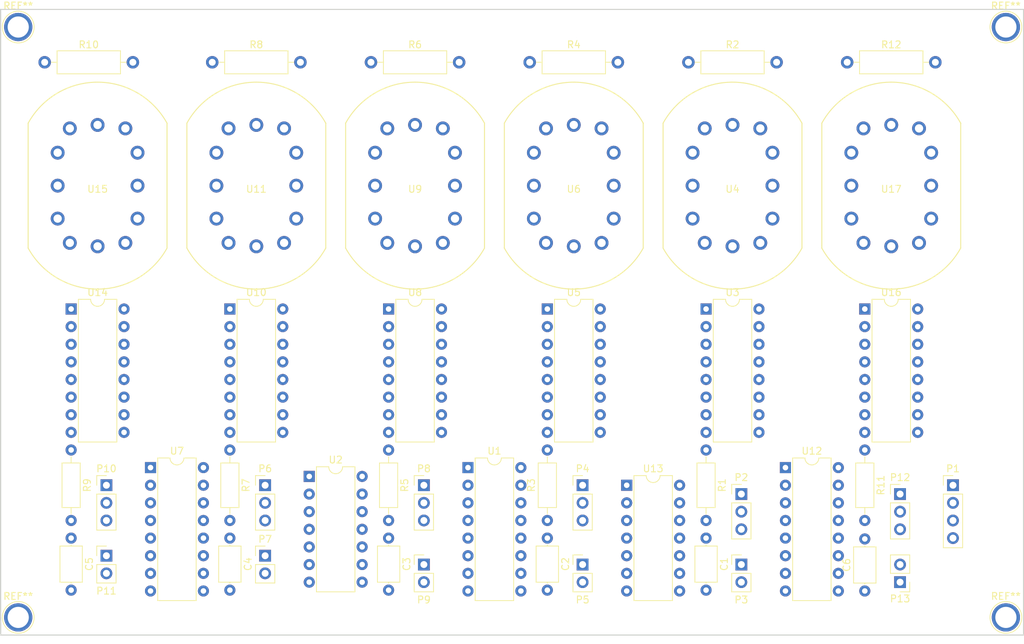
<source format=kicad_pcb>
(kicad_pcb (version 4) (host pcbnew 4.0.6)

  (general
    (links 190)
    (no_connects 190)
    (area 75.914999 20.107 223.805001 113.295)
    (thickness 1.6)
    (drawings 7)
    (tracks 0)
    (zones 0)
    (modules 52)
    (nets 119)
  )

  (page A4)
  (layers
    (0 F.Cu signal)
    (31 B.Cu signal)
    (32 B.Adhes user)
    (33 F.Adhes user)
    (34 B.Paste user)
    (35 F.Paste user)
    (36 B.SilkS user)
    (37 F.SilkS user)
    (38 B.Mask user)
    (39 F.Mask user)
    (40 Dwgs.User user)
    (41 Cmts.User user)
    (42 Eco1.User user)
    (43 Eco2.User user)
    (44 Edge.Cuts user)
    (45 Margin user)
    (46 B.CrtYd user)
    (47 F.CrtYd user)
    (48 B.Fab user)
    (49 F.Fab user)
  )

  (setup
    (last_trace_width 0.25)
    (trace_clearance 0.2)
    (zone_clearance 0.508)
    (zone_45_only no)
    (trace_min 0.2)
    (segment_width 0.2)
    (edge_width 0.15)
    (via_size 0.6)
    (via_drill 0.4)
    (via_min_size 0.4)
    (via_min_drill 0.3)
    (uvia_size 0.3)
    (uvia_drill 0.1)
    (uvias_allowed no)
    (uvia_min_size 0.2)
    (uvia_min_drill 0.1)
    (pcb_text_width 0.3)
    (pcb_text_size 1.5 1.5)
    (mod_edge_width 0.15)
    (mod_text_size 1 1)
    (mod_text_width 0.15)
    (pad_size 1.524 1.524)
    (pad_drill 0.762)
    (pad_to_mask_clearance 0.2)
    (aux_axis_origin 0 0)
    (visible_elements FFFFFF7F)
    (pcbplotparams
      (layerselection 0x00030_80000001)
      (usegerberextensions false)
      (excludeedgelayer true)
      (linewidth 0.100000)
      (plotframeref false)
      (viasonmask false)
      (mode 1)
      (useauxorigin false)
      (hpglpennumber 1)
      (hpglpenspeed 20)
      (hpglpendiameter 15)
      (hpglpenoverlay 2)
      (psnegative false)
      (psa4output false)
      (plotreference true)
      (plotvalue true)
      (plotinvisibletext false)
      (padsonsilk false)
      (subtractmaskfromsilk false)
      (outputformat 1)
      (mirror false)
      (drillshape 1)
      (scaleselection 1)
      (outputdirectory ""))
  )

  (net 0 "")
  (net 1 "Net-(C1-Pad1)")
  (net 2 GND)
  (net 3 "Net-(C2-Pad1)")
  (net 4 "Net-(C3-Pad1)")
  (net 5 "Net-(C4-Pad1)")
  (net 6 "Net-(C5-Pad1)")
  (net 7 "Net-(C6-Pad1)")
  (net 8 +220V)
  (net 9 +5V)
  (net 10 /1second/CLK_IN)
  (net 11 "Net-(P2-Pad2)")
  (net 12 /10second/CLK_IN)
  (net 13 "Net-(P4-Pad2)")
  (net 14 /1minute/CLK_IN)
  (net 15 "Net-(P6-Pad2)")
  (net 16 /10minute/CLK_IN)
  (net 17 "Net-(P8-Pad2)")
  (net 18 /1hour/CLK_IN)
  (net 19 "Net-(P10-Pad2)")
  (net 20 /10hour/CLK_IN)
  (net 21 "Net-(P12-Pad2)")
  (net 22 "Net-(R2-Pad1)")
  (net 23 "Net-(R4-Pad1)")
  (net 24 "Net-(R6-Pad1)")
  (net 25 "Net-(R8-Pad1)")
  (net 26 "Net-(R10-Pad1)")
  (net 27 "Net-(R12-Pad1)")
  (net 28 "Net-(U1-Pad3)")
  (net 29 "Net-(U1-Pad11)")
  (net 30 "Net-(U1-Pad4)")
  (net 31 "Net-(U1-Pad12)")
  (net 32 "Net-(U1-Pad13)")
  (net 33 "Net-(U1-Pad6)")
  (net 34 "Net-(U1-Pad7)")
  (net 35 "Net-(U2-Pad8)")
  (net 36 "Net-(U2-Pad3)")
  (net 37 "Net-(U2-Pad10)")
  (net 38 "Net-(U2-Pad11)")
  (net 39 "Net-(U3-Pad1)")
  (net 40 "Net-(U3-Pad9)")
  (net 41 "Net-(U3-Pad2)")
  (net 42 "Net-(U3-Pad10)")
  (net 43 "Net-(U3-Pad11)")
  (net 44 "Net-(U3-Pad13)")
  (net 45 "Net-(U3-Pad14)")
  (net 46 "Net-(U3-Pad15)")
  (net 47 "Net-(U3-Pad8)")
  (net 48 "Net-(U3-Pad16)")
  (net 49 "Net-(U4-Pad12)")
  (net 50 "Net-(U5-Pad1)")
  (net 51 "Net-(U5-Pad9)")
  (net 52 "Net-(U5-Pad2)")
  (net 53 "Net-(U5-Pad10)")
  (net 54 "Net-(U5-Pad11)")
  (net 55 "Net-(U5-Pad13)")
  (net 56 "Net-(U5-Pad14)")
  (net 57 "Net-(U5-Pad15)")
  (net 58 "Net-(U5-Pad8)")
  (net 59 "Net-(U5-Pad16)")
  (net 60 "Net-(U6-Pad12)")
  (net 61 "Net-(U7-Pad3)")
  (net 62 "Net-(U10-Pad3)")
  (net 63 "Net-(U10-Pad6)")
  (net 64 "Net-(U10-Pad7)")
  (net 65 "Net-(U7-Pad6)")
  (net 66 "Net-(U8-Pad1)")
  (net 67 "Net-(U8-Pad9)")
  (net 68 "Net-(U8-Pad2)")
  (net 69 "Net-(U8-Pad10)")
  (net 70 "Net-(U8-Pad11)")
  (net 71 "Net-(U8-Pad13)")
  (net 72 "Net-(U8-Pad14)")
  (net 73 "Net-(U8-Pad15)")
  (net 74 "Net-(U8-Pad8)")
  (net 75 "Net-(U8-Pad16)")
  (net 76 "Net-(U9-Pad12)")
  (net 77 "Net-(U10-Pad1)")
  (net 78 "Net-(U10-Pad9)")
  (net 79 "Net-(U10-Pad2)")
  (net 80 "Net-(U10-Pad10)")
  (net 81 "Net-(U10-Pad11)")
  (net 82 "Net-(U10-Pad13)")
  (net 83 "Net-(U10-Pad14)")
  (net 84 "Net-(U10-Pad15)")
  (net 85 "Net-(U10-Pad8)")
  (net 86 "Net-(U10-Pad16)")
  (net 87 "Net-(U11-Pad12)")
  (net 88 "Net-(U12-Pad3)")
  (net 89 "Net-(U12-Pad11)")
  (net 90 "Net-(U12-Pad4)")
  (net 91 "Net-(U12-Pad12)")
  (net 92 "Net-(U12-Pad5)")
  (net 93 "Net-(U12-Pad13)")
  (net 94 "Net-(U12-Pad6)")
  (net 95 "Net-(U12-Pad7)")
  (net 96 "Net-(U13-Pad3)")
  (net 97 "Net-(U14-Pad1)")
  (net 98 "Net-(U14-Pad9)")
  (net 99 "Net-(U14-Pad2)")
  (net 100 "Net-(U14-Pad10)")
  (net 101 "Net-(U14-Pad11)")
  (net 102 "Net-(U14-Pad13)")
  (net 103 "Net-(U14-Pad14)")
  (net 104 "Net-(U14-Pad15)")
  (net 105 "Net-(U14-Pad8)")
  (net 106 "Net-(U14-Pad16)")
  (net 107 "Net-(U15-Pad12)")
  (net 108 "Net-(U16-Pad1)")
  (net 109 "Net-(U16-Pad9)")
  (net 110 "Net-(U16-Pad2)")
  (net 111 "Net-(U16-Pad10)")
  (net 112 "Net-(U16-Pad11)")
  (net 113 "Net-(U16-Pad13)")
  (net 114 "Net-(U16-Pad14)")
  (net 115 "Net-(U16-Pad15)")
  (net 116 "Net-(U16-Pad8)")
  (net 117 "Net-(U16-Pad16)")
  (net 118 "Net-(U17-Pad12)")

  (net_class Default "This is the default net class."
    (clearance 0.2)
    (trace_width 0.25)
    (via_dia 0.6)
    (via_drill 0.4)
    (uvia_dia 0.3)
    (uvia_drill 0.1)
    (add_net +220V)
    (add_net +5V)
    (add_net /10hour/CLK_IN)
    (add_net /10minute/CLK_IN)
    (add_net /10second/CLK_IN)
    (add_net /1hour/CLK_IN)
    (add_net /1minute/CLK_IN)
    (add_net /1second/CLK_IN)
    (add_net GND)
    (add_net "Net-(C1-Pad1)")
    (add_net "Net-(C2-Pad1)")
    (add_net "Net-(C3-Pad1)")
    (add_net "Net-(C4-Pad1)")
    (add_net "Net-(C5-Pad1)")
    (add_net "Net-(C6-Pad1)")
    (add_net "Net-(P10-Pad2)")
    (add_net "Net-(P12-Pad2)")
    (add_net "Net-(P2-Pad2)")
    (add_net "Net-(P4-Pad2)")
    (add_net "Net-(P6-Pad2)")
    (add_net "Net-(P8-Pad2)")
    (add_net "Net-(R10-Pad1)")
    (add_net "Net-(R12-Pad1)")
    (add_net "Net-(R2-Pad1)")
    (add_net "Net-(R4-Pad1)")
    (add_net "Net-(R6-Pad1)")
    (add_net "Net-(R8-Pad1)")
    (add_net "Net-(U1-Pad11)")
    (add_net "Net-(U1-Pad12)")
    (add_net "Net-(U1-Pad13)")
    (add_net "Net-(U1-Pad3)")
    (add_net "Net-(U1-Pad4)")
    (add_net "Net-(U1-Pad6)")
    (add_net "Net-(U1-Pad7)")
    (add_net "Net-(U10-Pad1)")
    (add_net "Net-(U10-Pad10)")
    (add_net "Net-(U10-Pad11)")
    (add_net "Net-(U10-Pad13)")
    (add_net "Net-(U10-Pad14)")
    (add_net "Net-(U10-Pad15)")
    (add_net "Net-(U10-Pad16)")
    (add_net "Net-(U10-Pad2)")
    (add_net "Net-(U10-Pad3)")
    (add_net "Net-(U10-Pad6)")
    (add_net "Net-(U10-Pad7)")
    (add_net "Net-(U10-Pad8)")
    (add_net "Net-(U10-Pad9)")
    (add_net "Net-(U11-Pad12)")
    (add_net "Net-(U12-Pad11)")
    (add_net "Net-(U12-Pad12)")
    (add_net "Net-(U12-Pad13)")
    (add_net "Net-(U12-Pad3)")
    (add_net "Net-(U12-Pad4)")
    (add_net "Net-(U12-Pad5)")
    (add_net "Net-(U12-Pad6)")
    (add_net "Net-(U12-Pad7)")
    (add_net "Net-(U13-Pad3)")
    (add_net "Net-(U14-Pad1)")
    (add_net "Net-(U14-Pad10)")
    (add_net "Net-(U14-Pad11)")
    (add_net "Net-(U14-Pad13)")
    (add_net "Net-(U14-Pad14)")
    (add_net "Net-(U14-Pad15)")
    (add_net "Net-(U14-Pad16)")
    (add_net "Net-(U14-Pad2)")
    (add_net "Net-(U14-Pad8)")
    (add_net "Net-(U14-Pad9)")
    (add_net "Net-(U15-Pad12)")
    (add_net "Net-(U16-Pad1)")
    (add_net "Net-(U16-Pad10)")
    (add_net "Net-(U16-Pad11)")
    (add_net "Net-(U16-Pad13)")
    (add_net "Net-(U16-Pad14)")
    (add_net "Net-(U16-Pad15)")
    (add_net "Net-(U16-Pad16)")
    (add_net "Net-(U16-Pad2)")
    (add_net "Net-(U16-Pad8)")
    (add_net "Net-(U16-Pad9)")
    (add_net "Net-(U17-Pad12)")
    (add_net "Net-(U2-Pad10)")
    (add_net "Net-(U2-Pad11)")
    (add_net "Net-(U2-Pad3)")
    (add_net "Net-(U2-Pad8)")
    (add_net "Net-(U3-Pad1)")
    (add_net "Net-(U3-Pad10)")
    (add_net "Net-(U3-Pad11)")
    (add_net "Net-(U3-Pad13)")
    (add_net "Net-(U3-Pad14)")
    (add_net "Net-(U3-Pad15)")
    (add_net "Net-(U3-Pad16)")
    (add_net "Net-(U3-Pad2)")
    (add_net "Net-(U3-Pad8)")
    (add_net "Net-(U3-Pad9)")
    (add_net "Net-(U4-Pad12)")
    (add_net "Net-(U5-Pad1)")
    (add_net "Net-(U5-Pad10)")
    (add_net "Net-(U5-Pad11)")
    (add_net "Net-(U5-Pad13)")
    (add_net "Net-(U5-Pad14)")
    (add_net "Net-(U5-Pad15)")
    (add_net "Net-(U5-Pad16)")
    (add_net "Net-(U5-Pad2)")
    (add_net "Net-(U5-Pad8)")
    (add_net "Net-(U5-Pad9)")
    (add_net "Net-(U6-Pad12)")
    (add_net "Net-(U7-Pad3)")
    (add_net "Net-(U7-Pad6)")
    (add_net "Net-(U8-Pad1)")
    (add_net "Net-(U8-Pad10)")
    (add_net "Net-(U8-Pad11)")
    (add_net "Net-(U8-Pad13)")
    (add_net "Net-(U8-Pad14)")
    (add_net "Net-(U8-Pad15)")
    (add_net "Net-(U8-Pad16)")
    (add_net "Net-(U8-Pad2)")
    (add_net "Net-(U8-Pad8)")
    (add_net "Net-(U8-Pad9)")
    (add_net "Net-(U9-Pad12)")
  )

  (module Capacitors_THT:C_Axial_L5.1mm_D3.1mm_P7.50mm_Horizontal (layer F.Cu) (tedit 58765D06) (tstamp 59209FAE)
    (at 177.8 97.79 270)
    (descr "C, Axial series, Axial, Horizontal, pin pitch=7.5mm, , length*diameter=5.1*3.1mm^2, http://www.vishay.com/docs/45231/arseries.pdf")
    (tags "C Axial series Axial Horizontal pin pitch 7.5mm  length 5.1mm diameter 3.1mm")
    (path /590D5306/59135A45)
    (fp_text reference C1 (at 3.75 -2.61 270) (layer F.SilkS)
      (effects (font (size 1 1) (thickness 0.15)))
    )
    (fp_text value 0.1uF (at 3.75 2.61 270) (layer F.Fab)
      (effects (font (size 1 1) (thickness 0.15)))
    )
    (fp_line (start 1.2 -1.55) (end 1.2 1.55) (layer F.Fab) (width 0.1))
    (fp_line (start 1.2 1.55) (end 6.3 1.55) (layer F.Fab) (width 0.1))
    (fp_line (start 6.3 1.55) (end 6.3 -1.55) (layer F.Fab) (width 0.1))
    (fp_line (start 6.3 -1.55) (end 1.2 -1.55) (layer F.Fab) (width 0.1))
    (fp_line (start 0 0) (end 1.2 0) (layer F.Fab) (width 0.1))
    (fp_line (start 7.5 0) (end 6.3 0) (layer F.Fab) (width 0.1))
    (fp_line (start 1.14 -1.61) (end 1.14 1.61) (layer F.SilkS) (width 0.12))
    (fp_line (start 1.14 1.61) (end 6.36 1.61) (layer F.SilkS) (width 0.12))
    (fp_line (start 6.36 1.61) (end 6.36 -1.61) (layer F.SilkS) (width 0.12))
    (fp_line (start 6.36 -1.61) (end 1.14 -1.61) (layer F.SilkS) (width 0.12))
    (fp_line (start 0.98 0) (end 1.14 0) (layer F.SilkS) (width 0.12))
    (fp_line (start 6.52 0) (end 6.36 0) (layer F.SilkS) (width 0.12))
    (fp_line (start -1.05 -1.9) (end -1.05 1.9) (layer F.CrtYd) (width 0.05))
    (fp_line (start -1.05 1.9) (end 8.55 1.9) (layer F.CrtYd) (width 0.05))
    (fp_line (start 8.55 1.9) (end 8.55 -1.9) (layer F.CrtYd) (width 0.05))
    (fp_line (start 8.55 -1.9) (end -1.05 -1.9) (layer F.CrtYd) (width 0.05))
    (pad 1 thru_hole circle (at 0 0 270) (size 1.6 1.6) (drill 0.8) (layers *.Cu *.Mask)
      (net 1 "Net-(C1-Pad1)"))
    (pad 2 thru_hole oval (at 7.5 0 270) (size 1.6 1.6) (drill 0.8) (layers *.Cu *.Mask)
      (net 2 GND))
    (model Capacitors_THT.3dshapes/C_Axial_L5.1mm_D3.1mm_P7.50mm_Horizontal.wrl
      (at (xyz 0 0 0))
      (scale (xyz 0.393701 0.393701 0.393701))
      (rotate (xyz 0 0 0))
    )
  )

  (module Capacitors_THT:C_Axial_L5.1mm_D3.1mm_P7.50mm_Horizontal (layer F.Cu) (tedit 58765D06) (tstamp 59209FB4)
    (at 154.94 97.79 270)
    (descr "C, Axial series, Axial, Horizontal, pin pitch=7.5mm, , length*diameter=5.1*3.1mm^2, http://www.vishay.com/docs/45231/arseries.pdf")
    (tags "C Axial series Axial Horizontal pin pitch 7.5mm  length 5.1mm diameter 3.1mm")
    (path /5910D38F/590F6DC1)
    (fp_text reference C2 (at 3.75 -2.61 270) (layer F.SilkS)
      (effects (font (size 1 1) (thickness 0.15)))
    )
    (fp_text value 0.1uF (at 3.75 2.61 270) (layer F.Fab)
      (effects (font (size 1 1) (thickness 0.15)))
    )
    (fp_line (start 1.2 -1.55) (end 1.2 1.55) (layer F.Fab) (width 0.1))
    (fp_line (start 1.2 1.55) (end 6.3 1.55) (layer F.Fab) (width 0.1))
    (fp_line (start 6.3 1.55) (end 6.3 -1.55) (layer F.Fab) (width 0.1))
    (fp_line (start 6.3 -1.55) (end 1.2 -1.55) (layer F.Fab) (width 0.1))
    (fp_line (start 0 0) (end 1.2 0) (layer F.Fab) (width 0.1))
    (fp_line (start 7.5 0) (end 6.3 0) (layer F.Fab) (width 0.1))
    (fp_line (start 1.14 -1.61) (end 1.14 1.61) (layer F.SilkS) (width 0.12))
    (fp_line (start 1.14 1.61) (end 6.36 1.61) (layer F.SilkS) (width 0.12))
    (fp_line (start 6.36 1.61) (end 6.36 -1.61) (layer F.SilkS) (width 0.12))
    (fp_line (start 6.36 -1.61) (end 1.14 -1.61) (layer F.SilkS) (width 0.12))
    (fp_line (start 0.98 0) (end 1.14 0) (layer F.SilkS) (width 0.12))
    (fp_line (start 6.52 0) (end 6.36 0) (layer F.SilkS) (width 0.12))
    (fp_line (start -1.05 -1.9) (end -1.05 1.9) (layer F.CrtYd) (width 0.05))
    (fp_line (start -1.05 1.9) (end 8.55 1.9) (layer F.CrtYd) (width 0.05))
    (fp_line (start 8.55 1.9) (end 8.55 -1.9) (layer F.CrtYd) (width 0.05))
    (fp_line (start 8.55 -1.9) (end -1.05 -1.9) (layer F.CrtYd) (width 0.05))
    (pad 1 thru_hole circle (at 0 0 270) (size 1.6 1.6) (drill 0.8) (layers *.Cu *.Mask)
      (net 3 "Net-(C2-Pad1)"))
    (pad 2 thru_hole oval (at 7.5 0 270) (size 1.6 1.6) (drill 0.8) (layers *.Cu *.Mask)
      (net 2 GND))
    (model Capacitors_THT.3dshapes/C_Axial_L5.1mm_D3.1mm_P7.50mm_Horizontal.wrl
      (at (xyz 0 0 0))
      (scale (xyz 0.393701 0.393701 0.393701))
      (rotate (xyz 0 0 0))
    )
  )

  (module Capacitors_THT:C_Axial_L5.1mm_D3.1mm_P7.50mm_Horizontal (layer F.Cu) (tedit 58765D06) (tstamp 59209FBA)
    (at 132.08 97.79 270)
    (descr "C, Axial series, Axial, Horizontal, pin pitch=7.5mm, , length*diameter=5.1*3.1mm^2, http://www.vishay.com/docs/45231/arseries.pdf")
    (tags "C Axial series Axial Horizontal pin pitch 7.5mm  length 5.1mm diameter 3.1mm")
    (path /5910D3A1/59135A42)
    (fp_text reference C3 (at 3.75 -2.61 270) (layer F.SilkS)
      (effects (font (size 1 1) (thickness 0.15)))
    )
    (fp_text value 0.1uF (at 3.75 2.61 270) (layer F.Fab)
      (effects (font (size 1 1) (thickness 0.15)))
    )
    (fp_line (start 1.2 -1.55) (end 1.2 1.55) (layer F.Fab) (width 0.1))
    (fp_line (start 1.2 1.55) (end 6.3 1.55) (layer F.Fab) (width 0.1))
    (fp_line (start 6.3 1.55) (end 6.3 -1.55) (layer F.Fab) (width 0.1))
    (fp_line (start 6.3 -1.55) (end 1.2 -1.55) (layer F.Fab) (width 0.1))
    (fp_line (start 0 0) (end 1.2 0) (layer F.Fab) (width 0.1))
    (fp_line (start 7.5 0) (end 6.3 0) (layer F.Fab) (width 0.1))
    (fp_line (start 1.14 -1.61) (end 1.14 1.61) (layer F.SilkS) (width 0.12))
    (fp_line (start 1.14 1.61) (end 6.36 1.61) (layer F.SilkS) (width 0.12))
    (fp_line (start 6.36 1.61) (end 6.36 -1.61) (layer F.SilkS) (width 0.12))
    (fp_line (start 6.36 -1.61) (end 1.14 -1.61) (layer F.SilkS) (width 0.12))
    (fp_line (start 0.98 0) (end 1.14 0) (layer F.SilkS) (width 0.12))
    (fp_line (start 6.52 0) (end 6.36 0) (layer F.SilkS) (width 0.12))
    (fp_line (start -1.05 -1.9) (end -1.05 1.9) (layer F.CrtYd) (width 0.05))
    (fp_line (start -1.05 1.9) (end 8.55 1.9) (layer F.CrtYd) (width 0.05))
    (fp_line (start 8.55 1.9) (end 8.55 -1.9) (layer F.CrtYd) (width 0.05))
    (fp_line (start 8.55 -1.9) (end -1.05 -1.9) (layer F.CrtYd) (width 0.05))
    (pad 1 thru_hole circle (at 0 0 270) (size 1.6 1.6) (drill 0.8) (layers *.Cu *.Mask)
      (net 4 "Net-(C3-Pad1)"))
    (pad 2 thru_hole oval (at 7.5 0 270) (size 1.6 1.6) (drill 0.8) (layers *.Cu *.Mask)
      (net 2 GND))
    (model Capacitors_THT.3dshapes/C_Axial_L5.1mm_D3.1mm_P7.50mm_Horizontal.wrl
      (at (xyz 0 0 0))
      (scale (xyz 0.393701 0.393701 0.393701))
      (rotate (xyz 0 0 0))
    )
  )

  (module Capacitors_THT:C_Axial_L5.1mm_D3.1mm_P7.50mm_Horizontal (layer F.Cu) (tedit 58765D06) (tstamp 59209FC0)
    (at 109.22 97.79 270)
    (descr "C, Axial series, Axial, Horizontal, pin pitch=7.5mm, , length*diameter=5.1*3.1mm^2, http://www.vishay.com/docs/45231/arseries.pdf")
    (tags "C Axial series Axial Horizontal pin pitch 7.5mm  length 5.1mm diameter 3.1mm")
    (path /5910DD8D/59135A41)
    (fp_text reference C4 (at 3.75 -2.61 270) (layer F.SilkS)
      (effects (font (size 1 1) (thickness 0.15)))
    )
    (fp_text value 0.1uF (at 3.75 2.61 270) (layer F.Fab)
      (effects (font (size 1 1) (thickness 0.15)))
    )
    (fp_line (start 1.2 -1.55) (end 1.2 1.55) (layer F.Fab) (width 0.1))
    (fp_line (start 1.2 1.55) (end 6.3 1.55) (layer F.Fab) (width 0.1))
    (fp_line (start 6.3 1.55) (end 6.3 -1.55) (layer F.Fab) (width 0.1))
    (fp_line (start 6.3 -1.55) (end 1.2 -1.55) (layer F.Fab) (width 0.1))
    (fp_line (start 0 0) (end 1.2 0) (layer F.Fab) (width 0.1))
    (fp_line (start 7.5 0) (end 6.3 0) (layer F.Fab) (width 0.1))
    (fp_line (start 1.14 -1.61) (end 1.14 1.61) (layer F.SilkS) (width 0.12))
    (fp_line (start 1.14 1.61) (end 6.36 1.61) (layer F.SilkS) (width 0.12))
    (fp_line (start 6.36 1.61) (end 6.36 -1.61) (layer F.SilkS) (width 0.12))
    (fp_line (start 6.36 -1.61) (end 1.14 -1.61) (layer F.SilkS) (width 0.12))
    (fp_line (start 0.98 0) (end 1.14 0) (layer F.SilkS) (width 0.12))
    (fp_line (start 6.52 0) (end 6.36 0) (layer F.SilkS) (width 0.12))
    (fp_line (start -1.05 -1.9) (end -1.05 1.9) (layer F.CrtYd) (width 0.05))
    (fp_line (start -1.05 1.9) (end 8.55 1.9) (layer F.CrtYd) (width 0.05))
    (fp_line (start 8.55 1.9) (end 8.55 -1.9) (layer F.CrtYd) (width 0.05))
    (fp_line (start 8.55 -1.9) (end -1.05 -1.9) (layer F.CrtYd) (width 0.05))
    (pad 1 thru_hole circle (at 0 0 270) (size 1.6 1.6) (drill 0.8) (layers *.Cu *.Mask)
      (net 5 "Net-(C4-Pad1)"))
    (pad 2 thru_hole oval (at 7.5 0 270) (size 1.6 1.6) (drill 0.8) (layers *.Cu *.Mask)
      (net 2 GND))
    (model Capacitors_THT.3dshapes/C_Axial_L5.1mm_D3.1mm_P7.50mm_Horizontal.wrl
      (at (xyz 0 0 0))
      (scale (xyz 0.393701 0.393701 0.393701))
      (rotate (xyz 0 0 0))
    )
  )

  (module Capacitors_THT:C_Axial_L5.1mm_D3.1mm_P7.50mm_Horizontal (layer F.Cu) (tedit 58765D06) (tstamp 59209FC6)
    (at 86.36 97.79 270)
    (descr "C, Axial series, Axial, Horizontal, pin pitch=7.5mm, , length*diameter=5.1*3.1mm^2, http://www.vishay.com/docs/45231/arseries.pdf")
    (tags "C Axial series Axial Horizontal pin pitch 7.5mm  length 5.1mm diameter 3.1mm")
    (path /5910DE9E/59135A44)
    (fp_text reference C5 (at 3.75 -2.61 270) (layer F.SilkS)
      (effects (font (size 1 1) (thickness 0.15)))
    )
    (fp_text value 0.1uF (at 3.75 2.61 270) (layer F.Fab)
      (effects (font (size 1 1) (thickness 0.15)))
    )
    (fp_line (start 1.2 -1.55) (end 1.2 1.55) (layer F.Fab) (width 0.1))
    (fp_line (start 1.2 1.55) (end 6.3 1.55) (layer F.Fab) (width 0.1))
    (fp_line (start 6.3 1.55) (end 6.3 -1.55) (layer F.Fab) (width 0.1))
    (fp_line (start 6.3 -1.55) (end 1.2 -1.55) (layer F.Fab) (width 0.1))
    (fp_line (start 0 0) (end 1.2 0) (layer F.Fab) (width 0.1))
    (fp_line (start 7.5 0) (end 6.3 0) (layer F.Fab) (width 0.1))
    (fp_line (start 1.14 -1.61) (end 1.14 1.61) (layer F.SilkS) (width 0.12))
    (fp_line (start 1.14 1.61) (end 6.36 1.61) (layer F.SilkS) (width 0.12))
    (fp_line (start 6.36 1.61) (end 6.36 -1.61) (layer F.SilkS) (width 0.12))
    (fp_line (start 6.36 -1.61) (end 1.14 -1.61) (layer F.SilkS) (width 0.12))
    (fp_line (start 0.98 0) (end 1.14 0) (layer F.SilkS) (width 0.12))
    (fp_line (start 6.52 0) (end 6.36 0) (layer F.SilkS) (width 0.12))
    (fp_line (start -1.05 -1.9) (end -1.05 1.9) (layer F.CrtYd) (width 0.05))
    (fp_line (start -1.05 1.9) (end 8.55 1.9) (layer F.CrtYd) (width 0.05))
    (fp_line (start 8.55 1.9) (end 8.55 -1.9) (layer F.CrtYd) (width 0.05))
    (fp_line (start 8.55 -1.9) (end -1.05 -1.9) (layer F.CrtYd) (width 0.05))
    (pad 1 thru_hole circle (at 0 0 270) (size 1.6 1.6) (drill 0.8) (layers *.Cu *.Mask)
      (net 6 "Net-(C5-Pad1)"))
    (pad 2 thru_hole oval (at 7.5 0 270) (size 1.6 1.6) (drill 0.8) (layers *.Cu *.Mask)
      (net 2 GND))
    (model Capacitors_THT.3dshapes/C_Axial_L5.1mm_D3.1mm_P7.50mm_Horizontal.wrl
      (at (xyz 0 0 0))
      (scale (xyz 0.393701 0.393701 0.393701))
      (rotate (xyz 0 0 0))
    )
  )

  (module Capacitors_THT:C_Axial_L5.1mm_D3.1mm_P7.50mm_Horizontal (layer F.Cu) (tedit 58765D06) (tstamp 59209FCC)
    (at 200.66 105.41 90)
    (descr "C, Axial series, Axial, Horizontal, pin pitch=7.5mm, , length*diameter=5.1*3.1mm^2, http://www.vishay.com/docs/45231/arseries.pdf")
    (tags "C Axial series Axial Horizontal pin pitch 7.5mm  length 5.1mm diameter 3.1mm")
    (path /5910CB88/59135A43)
    (fp_text reference C6 (at 3.75 -2.61 90) (layer F.SilkS)
      (effects (font (size 1 1) (thickness 0.15)))
    )
    (fp_text value 0.1uF (at 3.75 2.61 90) (layer F.Fab)
      (effects (font (size 1 1) (thickness 0.15)))
    )
    (fp_line (start 1.2 -1.55) (end 1.2 1.55) (layer F.Fab) (width 0.1))
    (fp_line (start 1.2 1.55) (end 6.3 1.55) (layer F.Fab) (width 0.1))
    (fp_line (start 6.3 1.55) (end 6.3 -1.55) (layer F.Fab) (width 0.1))
    (fp_line (start 6.3 -1.55) (end 1.2 -1.55) (layer F.Fab) (width 0.1))
    (fp_line (start 0 0) (end 1.2 0) (layer F.Fab) (width 0.1))
    (fp_line (start 7.5 0) (end 6.3 0) (layer F.Fab) (width 0.1))
    (fp_line (start 1.14 -1.61) (end 1.14 1.61) (layer F.SilkS) (width 0.12))
    (fp_line (start 1.14 1.61) (end 6.36 1.61) (layer F.SilkS) (width 0.12))
    (fp_line (start 6.36 1.61) (end 6.36 -1.61) (layer F.SilkS) (width 0.12))
    (fp_line (start 6.36 -1.61) (end 1.14 -1.61) (layer F.SilkS) (width 0.12))
    (fp_line (start 0.98 0) (end 1.14 0) (layer F.SilkS) (width 0.12))
    (fp_line (start 6.52 0) (end 6.36 0) (layer F.SilkS) (width 0.12))
    (fp_line (start -1.05 -1.9) (end -1.05 1.9) (layer F.CrtYd) (width 0.05))
    (fp_line (start -1.05 1.9) (end 8.55 1.9) (layer F.CrtYd) (width 0.05))
    (fp_line (start 8.55 1.9) (end 8.55 -1.9) (layer F.CrtYd) (width 0.05))
    (fp_line (start 8.55 -1.9) (end -1.05 -1.9) (layer F.CrtYd) (width 0.05))
    (pad 1 thru_hole circle (at 0 0 90) (size 1.6 1.6) (drill 0.8) (layers *.Cu *.Mask)
      (net 7 "Net-(C6-Pad1)"))
    (pad 2 thru_hole oval (at 7.5 0 90) (size 1.6 1.6) (drill 0.8) (layers *.Cu *.Mask)
      (net 2 GND))
    (model Capacitors_THT.3dshapes/C_Axial_L5.1mm_D3.1mm_P7.50mm_Horizontal.wrl
      (at (xyz 0 0 0))
      (scale (xyz 0.393701 0.393701 0.393701))
      (rotate (xyz 0 0 0))
    )
  )

  (module Pin_Headers:Pin_Header_Straight_1x04_Pitch2.54mm (layer F.Cu) (tedit 5862ED52) (tstamp 59209FD4)
    (at 213.36 90.17)
    (descr "Through hole straight pin header, 1x04, 2.54mm pitch, single row")
    (tags "Through hole pin header THT 1x04 2.54mm single row")
    (path /5911C866)
    (fp_text reference P1 (at 0 -2.39) (layer F.SilkS)
      (effects (font (size 1 1) (thickness 0.15)))
    )
    (fp_text value CONN_01X04 (at 0 10.01) (layer F.Fab)
      (effects (font (size 1 1) (thickness 0.15)))
    )
    (fp_line (start -1.27 -1.27) (end -1.27 8.89) (layer F.Fab) (width 0.1))
    (fp_line (start -1.27 8.89) (end 1.27 8.89) (layer F.Fab) (width 0.1))
    (fp_line (start 1.27 8.89) (end 1.27 -1.27) (layer F.Fab) (width 0.1))
    (fp_line (start 1.27 -1.27) (end -1.27 -1.27) (layer F.Fab) (width 0.1))
    (fp_line (start -1.39 1.27) (end -1.39 9.01) (layer F.SilkS) (width 0.12))
    (fp_line (start -1.39 9.01) (end 1.39 9.01) (layer F.SilkS) (width 0.12))
    (fp_line (start 1.39 9.01) (end 1.39 1.27) (layer F.SilkS) (width 0.12))
    (fp_line (start 1.39 1.27) (end -1.39 1.27) (layer F.SilkS) (width 0.12))
    (fp_line (start -1.39 0) (end -1.39 -1.39) (layer F.SilkS) (width 0.12))
    (fp_line (start -1.39 -1.39) (end 0 -1.39) (layer F.SilkS) (width 0.12))
    (fp_line (start -1.6 -1.6) (end -1.6 9.2) (layer F.CrtYd) (width 0.05))
    (fp_line (start -1.6 9.2) (end 1.6 9.2) (layer F.CrtYd) (width 0.05))
    (fp_line (start 1.6 9.2) (end 1.6 -1.6) (layer F.CrtYd) (width 0.05))
    (fp_line (start 1.6 -1.6) (end -1.6 -1.6) (layer F.CrtYd) (width 0.05))
    (pad 1 thru_hole rect (at 0 0) (size 1.7 1.7) (drill 1) (layers *.Cu *.Mask)
      (net 8 +220V))
    (pad 2 thru_hole oval (at 0 2.54) (size 1.7 1.7) (drill 1) (layers *.Cu *.Mask)
      (net 9 +5V))
    (pad 3 thru_hole oval (at 0 5.08) (size 1.7 1.7) (drill 1) (layers *.Cu *.Mask)
      (net 10 /1second/CLK_IN))
    (pad 4 thru_hole oval (at 0 7.62) (size 1.7 1.7) (drill 1) (layers *.Cu *.Mask)
      (net 2 GND))
    (model Pin_Headers.3dshapes/Pin_Header_Straight_1x04_Pitch2.54mm.wrl
      (at (xyz 0 -0.15 0))
      (scale (xyz 1 1 1))
      (rotate (xyz 0 0 90))
    )
  )

  (module Pin_Headers:Pin_Header_Straight_1x03_Pitch2.54mm (layer F.Cu) (tedit 5862ED52) (tstamp 59209FDB)
    (at 182.88 91.44)
    (descr "Through hole straight pin header, 1x03, 2.54mm pitch, single row")
    (tags "Through hole pin header THT 1x03 2.54mm single row")
    (path /590D5306/59135A28)
    (fp_text reference P2 (at 0 -2.39) (layer F.SilkS)
      (effects (font (size 1 1) (thickness 0.15)))
    )
    (fp_text value CONN_01X03 (at 0 7.47) (layer F.Fab)
      (effects (font (size 1 1) (thickness 0.15)))
    )
    (fp_line (start -1.27 -1.27) (end -1.27 6.35) (layer F.Fab) (width 0.1))
    (fp_line (start -1.27 6.35) (end 1.27 6.35) (layer F.Fab) (width 0.1))
    (fp_line (start 1.27 6.35) (end 1.27 -1.27) (layer F.Fab) (width 0.1))
    (fp_line (start 1.27 -1.27) (end -1.27 -1.27) (layer F.Fab) (width 0.1))
    (fp_line (start -1.39 1.27) (end -1.39 6.47) (layer F.SilkS) (width 0.12))
    (fp_line (start -1.39 6.47) (end 1.39 6.47) (layer F.SilkS) (width 0.12))
    (fp_line (start 1.39 6.47) (end 1.39 1.27) (layer F.SilkS) (width 0.12))
    (fp_line (start 1.39 1.27) (end -1.39 1.27) (layer F.SilkS) (width 0.12))
    (fp_line (start -1.39 0) (end -1.39 -1.39) (layer F.SilkS) (width 0.12))
    (fp_line (start -1.39 -1.39) (end 0 -1.39) (layer F.SilkS) (width 0.12))
    (fp_line (start -1.6 -1.6) (end -1.6 6.6) (layer F.CrtYd) (width 0.05))
    (fp_line (start -1.6 6.6) (end 1.6 6.6) (layer F.CrtYd) (width 0.05))
    (fp_line (start 1.6 6.6) (end 1.6 -1.6) (layer F.CrtYd) (width 0.05))
    (fp_line (start 1.6 -1.6) (end -1.6 -1.6) (layer F.CrtYd) (width 0.05))
    (pad 1 thru_hole rect (at 0 0) (size 1.7 1.7) (drill 1) (layers *.Cu *.Mask)
      (net 1 "Net-(C1-Pad1)"))
    (pad 2 thru_hole oval (at 0 2.54) (size 1.7 1.7) (drill 1) (layers *.Cu *.Mask)
      (net 11 "Net-(P2-Pad2)"))
    (pad 3 thru_hole oval (at 0 5.08) (size 1.7 1.7) (drill 1) (layers *.Cu *.Mask)
      (net 12 /10second/CLK_IN))
    (model Pin_Headers.3dshapes/Pin_Header_Straight_1x03_Pitch2.54mm.wrl
      (at (xyz 0 -0.1 0))
      (scale (xyz 1 1 1))
      (rotate (xyz 0 0 90))
    )
  )

  (module Pin_Headers:Pin_Header_Straight_1x02_Pitch2.54mm (layer F.Cu) (tedit 5920A634) (tstamp 59209FE1)
    (at 182.88 101.6)
    (descr "Through hole straight pin header, 1x02, 2.54mm pitch, single row")
    (tags "Through hole pin header THT 1x02 2.54mm single row")
    (path /590D5306/59135A30)
    (fp_text reference P3 (at 0 5.08) (layer F.SilkS)
      (effects (font (size 1 1) (thickness 0.15)))
    )
    (fp_text value CONN_01X02 (at 0 4.93) (layer F.Fab)
      (effects (font (size 1 1) (thickness 0.15)))
    )
    (fp_line (start -1.27 -1.27) (end -1.27 3.81) (layer F.Fab) (width 0.1))
    (fp_line (start -1.27 3.81) (end 1.27 3.81) (layer F.Fab) (width 0.1))
    (fp_line (start 1.27 3.81) (end 1.27 -1.27) (layer F.Fab) (width 0.1))
    (fp_line (start 1.27 -1.27) (end -1.27 -1.27) (layer F.Fab) (width 0.1))
    (fp_line (start -1.39 1.27) (end -1.39 3.93) (layer F.SilkS) (width 0.12))
    (fp_line (start -1.39 3.93) (end 1.39 3.93) (layer F.SilkS) (width 0.12))
    (fp_line (start 1.39 3.93) (end 1.39 1.27) (layer F.SilkS) (width 0.12))
    (fp_line (start 1.39 1.27) (end -1.39 1.27) (layer F.SilkS) (width 0.12))
    (fp_line (start -1.39 0) (end -1.39 -1.39) (layer F.SilkS) (width 0.12))
    (fp_line (start -1.39 -1.39) (end 0 -1.39) (layer F.SilkS) (width 0.12))
    (fp_line (start -1.6 -1.6) (end -1.6 4.1) (layer F.CrtYd) (width 0.05))
    (fp_line (start -1.6 4.1) (end 1.6 4.1) (layer F.CrtYd) (width 0.05))
    (fp_line (start 1.6 4.1) (end 1.6 -1.6) (layer F.CrtYd) (width 0.05))
    (fp_line (start 1.6 -1.6) (end -1.6 -1.6) (layer F.CrtYd) (width 0.05))
    (pad 1 thru_hole rect (at 0 0) (size 1.7 1.7) (drill 1) (layers *.Cu *.Mask)
      (net 1 "Net-(C1-Pad1)"))
    (pad 2 thru_hole oval (at 0 2.54) (size 1.7 1.7) (drill 1) (layers *.Cu *.Mask)
      (net 2 GND))
    (model Pin_Headers.3dshapes/Pin_Header_Straight_1x02_Pitch2.54mm.wrl
      (at (xyz 0 -0.05 0))
      (scale (xyz 1 1 1))
      (rotate (xyz 0 0 90))
    )
  )

  (module Pin_Headers:Pin_Header_Straight_1x03_Pitch2.54mm (layer F.Cu) (tedit 5862ED52) (tstamp 59209FE8)
    (at 160.02 90.17)
    (descr "Through hole straight pin header, 1x03, 2.54mm pitch, single row")
    (tags "Through hole pin header THT 1x03 2.54mm single row")
    (path /5910D38F/59135A2C)
    (fp_text reference P4 (at 0 -2.39) (layer F.SilkS)
      (effects (font (size 1 1) (thickness 0.15)))
    )
    (fp_text value CONN_01X03 (at 0 7.47) (layer F.Fab)
      (effects (font (size 1 1) (thickness 0.15)))
    )
    (fp_line (start -1.27 -1.27) (end -1.27 6.35) (layer F.Fab) (width 0.1))
    (fp_line (start -1.27 6.35) (end 1.27 6.35) (layer F.Fab) (width 0.1))
    (fp_line (start 1.27 6.35) (end 1.27 -1.27) (layer F.Fab) (width 0.1))
    (fp_line (start 1.27 -1.27) (end -1.27 -1.27) (layer F.Fab) (width 0.1))
    (fp_line (start -1.39 1.27) (end -1.39 6.47) (layer F.SilkS) (width 0.12))
    (fp_line (start -1.39 6.47) (end 1.39 6.47) (layer F.SilkS) (width 0.12))
    (fp_line (start 1.39 6.47) (end 1.39 1.27) (layer F.SilkS) (width 0.12))
    (fp_line (start 1.39 1.27) (end -1.39 1.27) (layer F.SilkS) (width 0.12))
    (fp_line (start -1.39 0) (end -1.39 -1.39) (layer F.SilkS) (width 0.12))
    (fp_line (start -1.39 -1.39) (end 0 -1.39) (layer F.SilkS) (width 0.12))
    (fp_line (start -1.6 -1.6) (end -1.6 6.6) (layer F.CrtYd) (width 0.05))
    (fp_line (start -1.6 6.6) (end 1.6 6.6) (layer F.CrtYd) (width 0.05))
    (fp_line (start 1.6 6.6) (end 1.6 -1.6) (layer F.CrtYd) (width 0.05))
    (fp_line (start 1.6 -1.6) (end -1.6 -1.6) (layer F.CrtYd) (width 0.05))
    (pad 1 thru_hole rect (at 0 0) (size 1.7 1.7) (drill 1) (layers *.Cu *.Mask)
      (net 3 "Net-(C2-Pad1)"))
    (pad 2 thru_hole oval (at 0 2.54) (size 1.7 1.7) (drill 1) (layers *.Cu *.Mask)
      (net 13 "Net-(P4-Pad2)"))
    (pad 3 thru_hole oval (at 0 5.08) (size 1.7 1.7) (drill 1) (layers *.Cu *.Mask)
      (net 14 /1minute/CLK_IN))
    (model Pin_Headers.3dshapes/Pin_Header_Straight_1x03_Pitch2.54mm.wrl
      (at (xyz 0 -0.1 0))
      (scale (xyz 1 1 1))
      (rotate (xyz 0 0 90))
    )
  )

  (module Pin_Headers:Pin_Header_Straight_1x02_Pitch2.54mm (layer F.Cu) (tedit 5920A6AF) (tstamp 59209FEE)
    (at 160.02 101.6)
    (descr "Through hole straight pin header, 1x02, 2.54mm pitch, single row")
    (tags "Through hole pin header THT 1x02 2.54mm single row")
    (path /5910D38F/59135A2E)
    (fp_text reference P5 (at 0 5.08) (layer F.SilkS)
      (effects (font (size 1 1) (thickness 0.15)))
    )
    (fp_text value CONN_01X02 (at 0 4.93) (layer F.Fab)
      (effects (font (size 1 1) (thickness 0.15)))
    )
    (fp_line (start -1.27 -1.27) (end -1.27 3.81) (layer F.Fab) (width 0.1))
    (fp_line (start -1.27 3.81) (end 1.27 3.81) (layer F.Fab) (width 0.1))
    (fp_line (start 1.27 3.81) (end 1.27 -1.27) (layer F.Fab) (width 0.1))
    (fp_line (start 1.27 -1.27) (end -1.27 -1.27) (layer F.Fab) (width 0.1))
    (fp_line (start -1.39 1.27) (end -1.39 3.93) (layer F.SilkS) (width 0.12))
    (fp_line (start -1.39 3.93) (end 1.39 3.93) (layer F.SilkS) (width 0.12))
    (fp_line (start 1.39 3.93) (end 1.39 1.27) (layer F.SilkS) (width 0.12))
    (fp_line (start 1.39 1.27) (end -1.39 1.27) (layer F.SilkS) (width 0.12))
    (fp_line (start -1.39 0) (end -1.39 -1.39) (layer F.SilkS) (width 0.12))
    (fp_line (start -1.39 -1.39) (end 0 -1.39) (layer F.SilkS) (width 0.12))
    (fp_line (start -1.6 -1.6) (end -1.6 4.1) (layer F.CrtYd) (width 0.05))
    (fp_line (start -1.6 4.1) (end 1.6 4.1) (layer F.CrtYd) (width 0.05))
    (fp_line (start 1.6 4.1) (end 1.6 -1.6) (layer F.CrtYd) (width 0.05))
    (fp_line (start 1.6 -1.6) (end -1.6 -1.6) (layer F.CrtYd) (width 0.05))
    (pad 1 thru_hole rect (at 0 0) (size 1.7 1.7) (drill 1) (layers *.Cu *.Mask)
      (net 3 "Net-(C2-Pad1)"))
    (pad 2 thru_hole oval (at 0 2.54) (size 1.7 1.7) (drill 1) (layers *.Cu *.Mask)
      (net 2 GND))
    (model Pin_Headers.3dshapes/Pin_Header_Straight_1x02_Pitch2.54mm.wrl
      (at (xyz 0 -0.05 0))
      (scale (xyz 1 1 1))
      (rotate (xyz 0 0 90))
    )
  )

  (module Pin_Headers:Pin_Header_Straight_1x03_Pitch2.54mm (layer F.Cu) (tedit 5862ED52) (tstamp 59209FF5)
    (at 114.3 90.17)
    (descr "Through hole straight pin header, 1x03, 2.54mm pitch, single row")
    (tags "Through hole pin header THT 1x03 2.54mm single row")
    (path /5910D3A1/59135A2A)
    (fp_text reference P6 (at 0 -2.39) (layer F.SilkS)
      (effects (font (size 1 1) (thickness 0.15)))
    )
    (fp_text value CONN_01X03 (at 0 7.47) (layer F.Fab)
      (effects (font (size 1 1) (thickness 0.15)))
    )
    (fp_line (start -1.27 -1.27) (end -1.27 6.35) (layer F.Fab) (width 0.1))
    (fp_line (start -1.27 6.35) (end 1.27 6.35) (layer F.Fab) (width 0.1))
    (fp_line (start 1.27 6.35) (end 1.27 -1.27) (layer F.Fab) (width 0.1))
    (fp_line (start 1.27 -1.27) (end -1.27 -1.27) (layer F.Fab) (width 0.1))
    (fp_line (start -1.39 1.27) (end -1.39 6.47) (layer F.SilkS) (width 0.12))
    (fp_line (start -1.39 6.47) (end 1.39 6.47) (layer F.SilkS) (width 0.12))
    (fp_line (start 1.39 6.47) (end 1.39 1.27) (layer F.SilkS) (width 0.12))
    (fp_line (start 1.39 1.27) (end -1.39 1.27) (layer F.SilkS) (width 0.12))
    (fp_line (start -1.39 0) (end -1.39 -1.39) (layer F.SilkS) (width 0.12))
    (fp_line (start -1.39 -1.39) (end 0 -1.39) (layer F.SilkS) (width 0.12))
    (fp_line (start -1.6 -1.6) (end -1.6 6.6) (layer F.CrtYd) (width 0.05))
    (fp_line (start -1.6 6.6) (end 1.6 6.6) (layer F.CrtYd) (width 0.05))
    (fp_line (start 1.6 6.6) (end 1.6 -1.6) (layer F.CrtYd) (width 0.05))
    (fp_line (start 1.6 -1.6) (end -1.6 -1.6) (layer F.CrtYd) (width 0.05))
    (pad 1 thru_hole rect (at 0 0) (size 1.7 1.7) (drill 1) (layers *.Cu *.Mask)
      (net 4 "Net-(C3-Pad1)"))
    (pad 2 thru_hole oval (at 0 2.54) (size 1.7 1.7) (drill 1) (layers *.Cu *.Mask)
      (net 15 "Net-(P6-Pad2)"))
    (pad 3 thru_hole oval (at 0 5.08) (size 1.7 1.7) (drill 1) (layers *.Cu *.Mask)
      (net 16 /10minute/CLK_IN))
    (model Pin_Headers.3dshapes/Pin_Header_Straight_1x03_Pitch2.54mm.wrl
      (at (xyz 0 -0.1 0))
      (scale (xyz 1 1 1))
      (rotate (xyz 0 0 90))
    )
  )

  (module Pin_Headers:Pin_Header_Straight_1x02_Pitch2.54mm (layer F.Cu) (tedit 5862ED52) (tstamp 59209FFB)
    (at 114.3 100.33)
    (descr "Through hole straight pin header, 1x02, 2.54mm pitch, single row")
    (tags "Through hole pin header THT 1x02 2.54mm single row")
    (path /5910D3A1/59135A31)
    (fp_text reference P7 (at 0 -2.39) (layer F.SilkS)
      (effects (font (size 1 1) (thickness 0.15)))
    )
    (fp_text value CONN_01X02 (at 0 4.93) (layer F.Fab)
      (effects (font (size 1 1) (thickness 0.15)))
    )
    (fp_line (start -1.27 -1.27) (end -1.27 3.81) (layer F.Fab) (width 0.1))
    (fp_line (start -1.27 3.81) (end 1.27 3.81) (layer F.Fab) (width 0.1))
    (fp_line (start 1.27 3.81) (end 1.27 -1.27) (layer F.Fab) (width 0.1))
    (fp_line (start 1.27 -1.27) (end -1.27 -1.27) (layer F.Fab) (width 0.1))
    (fp_line (start -1.39 1.27) (end -1.39 3.93) (layer F.SilkS) (width 0.12))
    (fp_line (start -1.39 3.93) (end 1.39 3.93) (layer F.SilkS) (width 0.12))
    (fp_line (start 1.39 3.93) (end 1.39 1.27) (layer F.SilkS) (width 0.12))
    (fp_line (start 1.39 1.27) (end -1.39 1.27) (layer F.SilkS) (width 0.12))
    (fp_line (start -1.39 0) (end -1.39 -1.39) (layer F.SilkS) (width 0.12))
    (fp_line (start -1.39 -1.39) (end 0 -1.39) (layer F.SilkS) (width 0.12))
    (fp_line (start -1.6 -1.6) (end -1.6 4.1) (layer F.CrtYd) (width 0.05))
    (fp_line (start -1.6 4.1) (end 1.6 4.1) (layer F.CrtYd) (width 0.05))
    (fp_line (start 1.6 4.1) (end 1.6 -1.6) (layer F.CrtYd) (width 0.05))
    (fp_line (start 1.6 -1.6) (end -1.6 -1.6) (layer F.CrtYd) (width 0.05))
    (pad 1 thru_hole rect (at 0 0) (size 1.7 1.7) (drill 1) (layers *.Cu *.Mask)
      (net 4 "Net-(C3-Pad1)"))
    (pad 2 thru_hole oval (at 0 2.54) (size 1.7 1.7) (drill 1) (layers *.Cu *.Mask)
      (net 2 GND))
    (model Pin_Headers.3dshapes/Pin_Header_Straight_1x02_Pitch2.54mm.wrl
      (at (xyz 0 -0.05 0))
      (scale (xyz 1 1 1))
      (rotate (xyz 0 0 90))
    )
  )

  (module Pin_Headers:Pin_Header_Straight_1x03_Pitch2.54mm (layer F.Cu) (tedit 5862ED52) (tstamp 5920A002)
    (at 137.16 90.17)
    (descr "Through hole straight pin header, 1x03, 2.54mm pitch, single row")
    (tags "Through hole pin header THT 1x03 2.54mm single row")
    (path /5910DD8D/590F618F)
    (fp_text reference P8 (at 0 -2.39) (layer F.SilkS)
      (effects (font (size 1 1) (thickness 0.15)))
    )
    (fp_text value CONN_01X03 (at 0 7.47) (layer F.Fab)
      (effects (font (size 1 1) (thickness 0.15)))
    )
    (fp_line (start -1.27 -1.27) (end -1.27 6.35) (layer F.Fab) (width 0.1))
    (fp_line (start -1.27 6.35) (end 1.27 6.35) (layer F.Fab) (width 0.1))
    (fp_line (start 1.27 6.35) (end 1.27 -1.27) (layer F.Fab) (width 0.1))
    (fp_line (start 1.27 -1.27) (end -1.27 -1.27) (layer F.Fab) (width 0.1))
    (fp_line (start -1.39 1.27) (end -1.39 6.47) (layer F.SilkS) (width 0.12))
    (fp_line (start -1.39 6.47) (end 1.39 6.47) (layer F.SilkS) (width 0.12))
    (fp_line (start 1.39 6.47) (end 1.39 1.27) (layer F.SilkS) (width 0.12))
    (fp_line (start 1.39 1.27) (end -1.39 1.27) (layer F.SilkS) (width 0.12))
    (fp_line (start -1.39 0) (end -1.39 -1.39) (layer F.SilkS) (width 0.12))
    (fp_line (start -1.39 -1.39) (end 0 -1.39) (layer F.SilkS) (width 0.12))
    (fp_line (start -1.6 -1.6) (end -1.6 6.6) (layer F.CrtYd) (width 0.05))
    (fp_line (start -1.6 6.6) (end 1.6 6.6) (layer F.CrtYd) (width 0.05))
    (fp_line (start 1.6 6.6) (end 1.6 -1.6) (layer F.CrtYd) (width 0.05))
    (fp_line (start 1.6 -1.6) (end -1.6 -1.6) (layer F.CrtYd) (width 0.05))
    (pad 1 thru_hole rect (at 0 0) (size 1.7 1.7) (drill 1) (layers *.Cu *.Mask)
      (net 5 "Net-(C4-Pad1)"))
    (pad 2 thru_hole oval (at 0 2.54) (size 1.7 1.7) (drill 1) (layers *.Cu *.Mask)
      (net 17 "Net-(P8-Pad2)"))
    (pad 3 thru_hole oval (at 0 5.08) (size 1.7 1.7) (drill 1) (layers *.Cu *.Mask)
      (net 18 /1hour/CLK_IN))
    (model Pin_Headers.3dshapes/Pin_Header_Straight_1x03_Pitch2.54mm.wrl
      (at (xyz 0 -0.1 0))
      (scale (xyz 1 1 1))
      (rotate (xyz 0 0 90))
    )
  )

  (module Pin_Headers:Pin_Header_Straight_1x02_Pitch2.54mm (layer F.Cu) (tedit 5920A718) (tstamp 5920A008)
    (at 137.16 101.6)
    (descr "Through hole straight pin header, 1x02, 2.54mm pitch, single row")
    (tags "Through hole pin header THT 1x02 2.54mm single row")
    (path /5910DD8D/59135A2F)
    (fp_text reference P9 (at 0 5.08) (layer F.SilkS)
      (effects (font (size 1 1) (thickness 0.15)))
    )
    (fp_text value CONN_01X02 (at 0 4.93) (layer F.Fab)
      (effects (font (size 1 1) (thickness 0.15)))
    )
    (fp_line (start -1.27 -1.27) (end -1.27 3.81) (layer F.Fab) (width 0.1))
    (fp_line (start -1.27 3.81) (end 1.27 3.81) (layer F.Fab) (width 0.1))
    (fp_line (start 1.27 3.81) (end 1.27 -1.27) (layer F.Fab) (width 0.1))
    (fp_line (start 1.27 -1.27) (end -1.27 -1.27) (layer F.Fab) (width 0.1))
    (fp_line (start -1.39 1.27) (end -1.39 3.93) (layer F.SilkS) (width 0.12))
    (fp_line (start -1.39 3.93) (end 1.39 3.93) (layer F.SilkS) (width 0.12))
    (fp_line (start 1.39 3.93) (end 1.39 1.27) (layer F.SilkS) (width 0.12))
    (fp_line (start 1.39 1.27) (end -1.39 1.27) (layer F.SilkS) (width 0.12))
    (fp_line (start -1.39 0) (end -1.39 -1.39) (layer F.SilkS) (width 0.12))
    (fp_line (start -1.39 -1.39) (end 0 -1.39) (layer F.SilkS) (width 0.12))
    (fp_line (start -1.6 -1.6) (end -1.6 4.1) (layer F.CrtYd) (width 0.05))
    (fp_line (start -1.6 4.1) (end 1.6 4.1) (layer F.CrtYd) (width 0.05))
    (fp_line (start 1.6 4.1) (end 1.6 -1.6) (layer F.CrtYd) (width 0.05))
    (fp_line (start 1.6 -1.6) (end -1.6 -1.6) (layer F.CrtYd) (width 0.05))
    (pad 1 thru_hole rect (at 0 0) (size 1.7 1.7) (drill 1) (layers *.Cu *.Mask)
      (net 5 "Net-(C4-Pad1)"))
    (pad 2 thru_hole oval (at 0 2.54) (size 1.7 1.7) (drill 1) (layers *.Cu *.Mask)
      (net 2 GND))
    (model Pin_Headers.3dshapes/Pin_Header_Straight_1x02_Pitch2.54mm.wrl
      (at (xyz 0 -0.05 0))
      (scale (xyz 1 1 1))
      (rotate (xyz 0 0 90))
    )
  )

  (module Pin_Headers:Pin_Header_Straight_1x03_Pitch2.54mm (layer F.Cu) (tedit 5862ED52) (tstamp 5920A00F)
    (at 91.44 90.17)
    (descr "Through hole straight pin header, 1x03, 2.54mm pitch, single row")
    (tags "Through hole pin header THT 1x03 2.54mm single row")
    (path /5910DE9E/59135A29)
    (fp_text reference P10 (at 0 -2.39) (layer F.SilkS)
      (effects (font (size 1 1) (thickness 0.15)))
    )
    (fp_text value CONN_01X03 (at 0 7.47) (layer F.Fab)
      (effects (font (size 1 1) (thickness 0.15)))
    )
    (fp_line (start -1.27 -1.27) (end -1.27 6.35) (layer F.Fab) (width 0.1))
    (fp_line (start -1.27 6.35) (end 1.27 6.35) (layer F.Fab) (width 0.1))
    (fp_line (start 1.27 6.35) (end 1.27 -1.27) (layer F.Fab) (width 0.1))
    (fp_line (start 1.27 -1.27) (end -1.27 -1.27) (layer F.Fab) (width 0.1))
    (fp_line (start -1.39 1.27) (end -1.39 6.47) (layer F.SilkS) (width 0.12))
    (fp_line (start -1.39 6.47) (end 1.39 6.47) (layer F.SilkS) (width 0.12))
    (fp_line (start 1.39 6.47) (end 1.39 1.27) (layer F.SilkS) (width 0.12))
    (fp_line (start 1.39 1.27) (end -1.39 1.27) (layer F.SilkS) (width 0.12))
    (fp_line (start -1.39 0) (end -1.39 -1.39) (layer F.SilkS) (width 0.12))
    (fp_line (start -1.39 -1.39) (end 0 -1.39) (layer F.SilkS) (width 0.12))
    (fp_line (start -1.6 -1.6) (end -1.6 6.6) (layer F.CrtYd) (width 0.05))
    (fp_line (start -1.6 6.6) (end 1.6 6.6) (layer F.CrtYd) (width 0.05))
    (fp_line (start 1.6 6.6) (end 1.6 -1.6) (layer F.CrtYd) (width 0.05))
    (fp_line (start 1.6 -1.6) (end -1.6 -1.6) (layer F.CrtYd) (width 0.05))
    (pad 1 thru_hole rect (at 0 0) (size 1.7 1.7) (drill 1) (layers *.Cu *.Mask)
      (net 6 "Net-(C5-Pad1)"))
    (pad 2 thru_hole oval (at 0 2.54) (size 1.7 1.7) (drill 1) (layers *.Cu *.Mask)
      (net 19 "Net-(P10-Pad2)"))
    (pad 3 thru_hole oval (at 0 5.08) (size 1.7 1.7) (drill 1) (layers *.Cu *.Mask)
      (net 20 /10hour/CLK_IN))
    (model Pin_Headers.3dshapes/Pin_Header_Straight_1x03_Pitch2.54mm.wrl
      (at (xyz 0 -0.1 0))
      (scale (xyz 1 1 1))
      (rotate (xyz 0 0 90))
    )
  )

  (module Pin_Headers:Pin_Header_Straight_1x02_Pitch2.54mm (layer F.Cu) (tedit 5920A7FA) (tstamp 5920A015)
    (at 91.44 100.33)
    (descr "Through hole straight pin header, 1x02, 2.54mm pitch, single row")
    (tags "Through hole pin header THT 1x02 2.54mm single row")
    (path /5910DE9E/590F61CD)
    (fp_text reference P11 (at 0 5.08) (layer F.SilkS)
      (effects (font (size 1 1) (thickness 0.15)))
    )
    (fp_text value CONN_01X02 (at 0 4.93) (layer F.Fab)
      (effects (font (size 1 1) (thickness 0.15)))
    )
    (fp_line (start -1.27 -1.27) (end -1.27 3.81) (layer F.Fab) (width 0.1))
    (fp_line (start -1.27 3.81) (end 1.27 3.81) (layer F.Fab) (width 0.1))
    (fp_line (start 1.27 3.81) (end 1.27 -1.27) (layer F.Fab) (width 0.1))
    (fp_line (start 1.27 -1.27) (end -1.27 -1.27) (layer F.Fab) (width 0.1))
    (fp_line (start -1.39 1.27) (end -1.39 3.93) (layer F.SilkS) (width 0.12))
    (fp_line (start -1.39 3.93) (end 1.39 3.93) (layer F.SilkS) (width 0.12))
    (fp_line (start 1.39 3.93) (end 1.39 1.27) (layer F.SilkS) (width 0.12))
    (fp_line (start 1.39 1.27) (end -1.39 1.27) (layer F.SilkS) (width 0.12))
    (fp_line (start -1.39 0) (end -1.39 -1.39) (layer F.SilkS) (width 0.12))
    (fp_line (start -1.39 -1.39) (end 0 -1.39) (layer F.SilkS) (width 0.12))
    (fp_line (start -1.6 -1.6) (end -1.6 4.1) (layer F.CrtYd) (width 0.05))
    (fp_line (start -1.6 4.1) (end 1.6 4.1) (layer F.CrtYd) (width 0.05))
    (fp_line (start 1.6 4.1) (end 1.6 -1.6) (layer F.CrtYd) (width 0.05))
    (fp_line (start 1.6 -1.6) (end -1.6 -1.6) (layer F.CrtYd) (width 0.05))
    (pad 1 thru_hole rect (at 0 0) (size 1.7 1.7) (drill 1) (layers *.Cu *.Mask)
      (net 6 "Net-(C5-Pad1)"))
    (pad 2 thru_hole oval (at 0 2.54) (size 1.7 1.7) (drill 1) (layers *.Cu *.Mask)
      (net 2 GND))
    (model Pin_Headers.3dshapes/Pin_Header_Straight_1x02_Pitch2.54mm.wrl
      (at (xyz 0 -0.05 0))
      (scale (xyz 1 1 1))
      (rotate (xyz 0 0 90))
    )
  )

  (module Pin_Headers:Pin_Header_Straight_1x03_Pitch2.54mm (layer F.Cu) (tedit 5862ED52) (tstamp 5920A01C)
    (at 205.74 91.44)
    (descr "Through hole straight pin header, 1x03, 2.54mm pitch, single row")
    (tags "Through hole pin header THT 1x03 2.54mm single row")
    (path /5910CB88/59135A2B)
    (fp_text reference P12 (at 0 -2.39) (layer F.SilkS)
      (effects (font (size 1 1) (thickness 0.15)))
    )
    (fp_text value CONN_01X03 (at 0 7.47) (layer F.Fab)
      (effects (font (size 1 1) (thickness 0.15)))
    )
    (fp_line (start -1.27 -1.27) (end -1.27 6.35) (layer F.Fab) (width 0.1))
    (fp_line (start -1.27 6.35) (end 1.27 6.35) (layer F.Fab) (width 0.1))
    (fp_line (start 1.27 6.35) (end 1.27 -1.27) (layer F.Fab) (width 0.1))
    (fp_line (start 1.27 -1.27) (end -1.27 -1.27) (layer F.Fab) (width 0.1))
    (fp_line (start -1.39 1.27) (end -1.39 6.47) (layer F.SilkS) (width 0.12))
    (fp_line (start -1.39 6.47) (end 1.39 6.47) (layer F.SilkS) (width 0.12))
    (fp_line (start 1.39 6.47) (end 1.39 1.27) (layer F.SilkS) (width 0.12))
    (fp_line (start 1.39 1.27) (end -1.39 1.27) (layer F.SilkS) (width 0.12))
    (fp_line (start -1.39 0) (end -1.39 -1.39) (layer F.SilkS) (width 0.12))
    (fp_line (start -1.39 -1.39) (end 0 -1.39) (layer F.SilkS) (width 0.12))
    (fp_line (start -1.6 -1.6) (end -1.6 6.6) (layer F.CrtYd) (width 0.05))
    (fp_line (start -1.6 6.6) (end 1.6 6.6) (layer F.CrtYd) (width 0.05))
    (fp_line (start 1.6 6.6) (end 1.6 -1.6) (layer F.CrtYd) (width 0.05))
    (fp_line (start 1.6 -1.6) (end -1.6 -1.6) (layer F.CrtYd) (width 0.05))
    (pad 1 thru_hole rect (at 0 0) (size 1.7 1.7) (drill 1) (layers *.Cu *.Mask)
      (net 7 "Net-(C6-Pad1)"))
    (pad 2 thru_hole oval (at 0 2.54) (size 1.7 1.7) (drill 1) (layers *.Cu *.Mask)
      (net 21 "Net-(P12-Pad2)"))
    (pad 3 thru_hole oval (at 0 5.08) (size 1.7 1.7) (drill 1) (layers *.Cu *.Mask)
      (net 10 /1second/CLK_IN))
    (model Pin_Headers.3dshapes/Pin_Header_Straight_1x03_Pitch2.54mm.wrl
      (at (xyz 0 -0.1 0))
      (scale (xyz 1 1 1))
      (rotate (xyz 0 0 90))
    )
  )

  (module Pin_Headers:Pin_Header_Straight_1x02_Pitch2.54mm (layer F.Cu) (tedit 5862ED52) (tstamp 5920A022)
    (at 205.74 104.14 180)
    (descr "Through hole straight pin header, 1x02, 2.54mm pitch, single row")
    (tags "Through hole pin header THT 1x02 2.54mm single row")
    (path /5910CB88/59135A2D)
    (fp_text reference P13 (at 0 -2.39 180) (layer F.SilkS)
      (effects (font (size 1 1) (thickness 0.15)))
    )
    (fp_text value CONN_01X02 (at 0 4.93 180) (layer F.Fab)
      (effects (font (size 1 1) (thickness 0.15)))
    )
    (fp_line (start -1.27 -1.27) (end -1.27 3.81) (layer F.Fab) (width 0.1))
    (fp_line (start -1.27 3.81) (end 1.27 3.81) (layer F.Fab) (width 0.1))
    (fp_line (start 1.27 3.81) (end 1.27 -1.27) (layer F.Fab) (width 0.1))
    (fp_line (start 1.27 -1.27) (end -1.27 -1.27) (layer F.Fab) (width 0.1))
    (fp_line (start -1.39 1.27) (end -1.39 3.93) (layer F.SilkS) (width 0.12))
    (fp_line (start -1.39 3.93) (end 1.39 3.93) (layer F.SilkS) (width 0.12))
    (fp_line (start 1.39 3.93) (end 1.39 1.27) (layer F.SilkS) (width 0.12))
    (fp_line (start 1.39 1.27) (end -1.39 1.27) (layer F.SilkS) (width 0.12))
    (fp_line (start -1.39 0) (end -1.39 -1.39) (layer F.SilkS) (width 0.12))
    (fp_line (start -1.39 -1.39) (end 0 -1.39) (layer F.SilkS) (width 0.12))
    (fp_line (start -1.6 -1.6) (end -1.6 4.1) (layer F.CrtYd) (width 0.05))
    (fp_line (start -1.6 4.1) (end 1.6 4.1) (layer F.CrtYd) (width 0.05))
    (fp_line (start 1.6 4.1) (end 1.6 -1.6) (layer F.CrtYd) (width 0.05))
    (fp_line (start 1.6 -1.6) (end -1.6 -1.6) (layer F.CrtYd) (width 0.05))
    (pad 1 thru_hole rect (at 0 0 180) (size 1.7 1.7) (drill 1) (layers *.Cu *.Mask)
      (net 7 "Net-(C6-Pad1)"))
    (pad 2 thru_hole oval (at 0 2.54 180) (size 1.7 1.7) (drill 1) (layers *.Cu *.Mask)
      (net 2 GND))
    (model Pin_Headers.3dshapes/Pin_Header_Straight_1x02_Pitch2.54mm.wrl
      (at (xyz 0 -0.05 0))
      (scale (xyz 1 1 1))
      (rotate (xyz 0 0 90))
    )
  )

  (module Resistors_THT:R_Axial_DIN0207_L6.3mm_D2.5mm_P10.16mm_Horizontal (layer F.Cu) (tedit 5874F706) (tstamp 5920A028)
    (at 177.8 85.09 270)
    (descr "Resistor, Axial_DIN0207 series, Axial, Horizontal, pin pitch=10.16mm, 0.25W = 1/4W, length*diameter=6.3*2.5mm^2, http://cdn-reichelt.de/documents/datenblatt/B400/1_4W%23YAG.pdf")
    (tags "Resistor Axial_DIN0207 series Axial Horizontal pin pitch 10.16mm 0.25W = 1/4W length 6.3mm diameter 2.5mm")
    (path /590D5306/59135A33)
    (fp_text reference R1 (at 5.08 -2.31 270) (layer F.SilkS)
      (effects (font (size 1 1) (thickness 0.15)))
    )
    (fp_text value 1K (at 5.08 2.31 270) (layer F.Fab)
      (effects (font (size 1 1) (thickness 0.15)))
    )
    (fp_line (start 1.93 -1.25) (end 1.93 1.25) (layer F.Fab) (width 0.1))
    (fp_line (start 1.93 1.25) (end 8.23 1.25) (layer F.Fab) (width 0.1))
    (fp_line (start 8.23 1.25) (end 8.23 -1.25) (layer F.Fab) (width 0.1))
    (fp_line (start 8.23 -1.25) (end 1.93 -1.25) (layer F.Fab) (width 0.1))
    (fp_line (start 0 0) (end 1.93 0) (layer F.Fab) (width 0.1))
    (fp_line (start 10.16 0) (end 8.23 0) (layer F.Fab) (width 0.1))
    (fp_line (start 1.87 -1.31) (end 1.87 1.31) (layer F.SilkS) (width 0.12))
    (fp_line (start 1.87 1.31) (end 8.29 1.31) (layer F.SilkS) (width 0.12))
    (fp_line (start 8.29 1.31) (end 8.29 -1.31) (layer F.SilkS) (width 0.12))
    (fp_line (start 8.29 -1.31) (end 1.87 -1.31) (layer F.SilkS) (width 0.12))
    (fp_line (start 0.98 0) (end 1.87 0) (layer F.SilkS) (width 0.12))
    (fp_line (start 9.18 0) (end 8.29 0) (layer F.SilkS) (width 0.12))
    (fp_line (start -1.05 -1.6) (end -1.05 1.6) (layer F.CrtYd) (width 0.05))
    (fp_line (start -1.05 1.6) (end 11.25 1.6) (layer F.CrtYd) (width 0.05))
    (fp_line (start 11.25 1.6) (end 11.25 -1.6) (layer F.CrtYd) (width 0.05))
    (fp_line (start 11.25 -1.6) (end -1.05 -1.6) (layer F.CrtYd) (width 0.05))
    (pad 1 thru_hole circle (at 0 0 270) (size 1.6 1.6) (drill 0.8) (layers *.Cu *.Mask)
      (net 9 +5V))
    (pad 2 thru_hole oval (at 10.16 0 270) (size 1.6 1.6) (drill 0.8) (layers *.Cu *.Mask)
      (net 1 "Net-(C1-Pad1)"))
    (model Resistors_THT.3dshapes/R_Axial_DIN0207_L6.3mm_D2.5mm_P10.16mm_Horizontal.wrl
      (at (xyz 0 0 0))
      (scale (xyz 0.393701 0.393701 0.393701))
      (rotate (xyz 0 0 0))
    )
  )

  (module hv:R_Axial_DIN0309_L9.0mm_D3.2mm_P12.70mm_Horizontal_Thick (layer F.Cu) (tedit 5920ACC6) (tstamp 5920A02E)
    (at 187.96 29.21 180)
    (descr "Resistor, Axial_DIN0309 series, Axial, Horizontal, pin pitch=12.7mm, 0.5W = 1/2W, length*diameter=9*3.2mm^2, http://cdn-reichelt.de/documents/datenblatt/B400/1_4W%23YAG.pdf")
    (tags "Resistor Axial_DIN0309 series Axial Horizontal pin pitch 12.7mm 0.5W = 1/2W length 9mm diameter 3.2mm")
    (path /590D5306/590D63EB)
    (fp_text reference R2 (at 6.35 2.54 180) (layer F.SilkS)
      (effects (font (size 1 1) (thickness 0.15)))
    )
    (fp_text value 33K (at 6.35 2.66 180) (layer F.Fab)
      (effects (font (size 1 1) (thickness 0.15)))
    )
    (fp_line (start 1.85 -1.6) (end 1.85 1.6) (layer F.Fab) (width 0.1))
    (fp_line (start 1.85 1.6) (end 10.85 1.6) (layer F.Fab) (width 0.1))
    (fp_line (start 10.85 1.6) (end 10.85 -1.6) (layer F.Fab) (width 0.1))
    (fp_line (start 10.85 -1.6) (end 1.85 -1.6) (layer F.Fab) (width 0.1))
    (fp_line (start 0 0) (end 1.85 0) (layer F.Fab) (width 0.1))
    (fp_line (start 12.7 0) (end 10.85 0) (layer F.Fab) (width 0.1))
    (fp_line (start 1.79 -1.66) (end 1.79 1.66) (layer F.SilkS) (width 0.12))
    (fp_line (start 1.79 1.66) (end 10.91 1.66) (layer F.SilkS) (width 0.12))
    (fp_line (start 10.91 1.66) (end 10.91 -1.66) (layer F.SilkS) (width 0.12))
    (fp_line (start 10.91 -1.66) (end 1.79 -1.66) (layer F.SilkS) (width 0.12))
    (fp_line (start 0.98 0) (end 1.79 0) (layer F.SilkS) (width 0.12))
    (fp_line (start 11.72 0) (end 10.91 0) (layer F.SilkS) (width 0.12))
    (fp_line (start -1.05 -1.95) (end -1.05 1.95) (layer F.CrtYd) (width 0.05))
    (fp_line (start -1.05 1.95) (end 13.75 1.95) (layer F.CrtYd) (width 0.05))
    (fp_line (start 13.75 1.95) (end 13.75 -1.95) (layer F.CrtYd) (width 0.05))
    (fp_line (start 13.75 -1.95) (end -1.05 -1.95) (layer F.CrtYd) (width 0.05))
    (pad 1 thru_hole circle (at 0 0 180) (size 1.8 1.8) (drill 1) (layers *.Cu *.Mask)
      (net 22 "Net-(R2-Pad1)"))
    (pad 2 thru_hole circle (at 12.7 0 180) (size 1.8 1.8) (drill 1) (layers *.Cu *.Mask)
      (net 8 +220V))
    (model Resistors_THT.3dshapes/R_Axial_DIN0309_L9.0mm_D3.2mm_P12.70mm_Horizontal.wrl
      (at (xyz 0 0 0))
      (scale (xyz 0.393701 0.393701 0.393701))
      (rotate (xyz 0 0 0))
    )
  )

  (module Resistors_THT:R_Axial_DIN0207_L6.3mm_D2.5mm_P10.16mm_Horizontal (layer F.Cu) (tedit 5874F706) (tstamp 5920A034)
    (at 154.94 95.25 90)
    (descr "Resistor, Axial_DIN0207 series, Axial, Horizontal, pin pitch=10.16mm, 0.25W = 1/4W, length*diameter=6.3*2.5mm^2, http://cdn-reichelt.de/documents/datenblatt/B400/1_4W%23YAG.pdf")
    (tags "Resistor Axial_DIN0207 series Axial Horizontal pin pitch 10.16mm 0.25W = 1/4W length 6.3mm diameter 2.5mm")
    (path /5910D38F/59135A36)
    (fp_text reference R3 (at 5.08 -2.31 90) (layer F.SilkS)
      (effects (font (size 1 1) (thickness 0.15)))
    )
    (fp_text value 1K (at 5.08 2.31 90) (layer F.Fab)
      (effects (font (size 1 1) (thickness 0.15)))
    )
    (fp_line (start 1.93 -1.25) (end 1.93 1.25) (layer F.Fab) (width 0.1))
    (fp_line (start 1.93 1.25) (end 8.23 1.25) (layer F.Fab) (width 0.1))
    (fp_line (start 8.23 1.25) (end 8.23 -1.25) (layer F.Fab) (width 0.1))
    (fp_line (start 8.23 -1.25) (end 1.93 -1.25) (layer F.Fab) (width 0.1))
    (fp_line (start 0 0) (end 1.93 0) (layer F.Fab) (width 0.1))
    (fp_line (start 10.16 0) (end 8.23 0) (layer F.Fab) (width 0.1))
    (fp_line (start 1.87 -1.31) (end 1.87 1.31) (layer F.SilkS) (width 0.12))
    (fp_line (start 1.87 1.31) (end 8.29 1.31) (layer F.SilkS) (width 0.12))
    (fp_line (start 8.29 1.31) (end 8.29 -1.31) (layer F.SilkS) (width 0.12))
    (fp_line (start 8.29 -1.31) (end 1.87 -1.31) (layer F.SilkS) (width 0.12))
    (fp_line (start 0.98 0) (end 1.87 0) (layer F.SilkS) (width 0.12))
    (fp_line (start 9.18 0) (end 8.29 0) (layer F.SilkS) (width 0.12))
    (fp_line (start -1.05 -1.6) (end -1.05 1.6) (layer F.CrtYd) (width 0.05))
    (fp_line (start -1.05 1.6) (end 11.25 1.6) (layer F.CrtYd) (width 0.05))
    (fp_line (start 11.25 1.6) (end 11.25 -1.6) (layer F.CrtYd) (width 0.05))
    (fp_line (start 11.25 -1.6) (end -1.05 -1.6) (layer F.CrtYd) (width 0.05))
    (pad 1 thru_hole circle (at 0 0 90) (size 1.6 1.6) (drill 0.8) (layers *.Cu *.Mask)
      (net 9 +5V))
    (pad 2 thru_hole oval (at 10.16 0 90) (size 1.6 1.6) (drill 0.8) (layers *.Cu *.Mask)
      (net 3 "Net-(C2-Pad1)"))
    (model Resistors_THT.3dshapes/R_Axial_DIN0207_L6.3mm_D2.5mm_P10.16mm_Horizontal.wrl
      (at (xyz 0 0 0))
      (scale (xyz 0.393701 0.393701 0.393701))
      (rotate (xyz 0 0 0))
    )
  )

  (module hv:R_Axial_DIN0309_L9.0mm_D3.2mm_P12.70mm_Horizontal_Thick (layer F.Cu) (tedit 5920ACC2) (tstamp 5920A03A)
    (at 165.1 29.21 180)
    (descr "Resistor, Axial_DIN0309 series, Axial, Horizontal, pin pitch=12.7mm, 0.5W = 1/2W, length*diameter=9*3.2mm^2, http://cdn-reichelt.de/documents/datenblatt/B400/1_4W%23YAG.pdf")
    (tags "Resistor Axial_DIN0309 series Axial Horizontal pin pitch 12.7mm 0.5W = 1/2W length 9mm diameter 3.2mm")
    (path /5910D38F/591359F7)
    (fp_text reference R4 (at 6.35 2.54 180) (layer F.SilkS)
      (effects (font (size 1 1) (thickness 0.15)))
    )
    (fp_text value 33K (at 6.35 2.66 180) (layer F.Fab)
      (effects (font (size 1 1) (thickness 0.15)))
    )
    (fp_line (start 1.85 -1.6) (end 1.85 1.6) (layer F.Fab) (width 0.1))
    (fp_line (start 1.85 1.6) (end 10.85 1.6) (layer F.Fab) (width 0.1))
    (fp_line (start 10.85 1.6) (end 10.85 -1.6) (layer F.Fab) (width 0.1))
    (fp_line (start 10.85 -1.6) (end 1.85 -1.6) (layer F.Fab) (width 0.1))
    (fp_line (start 0 0) (end 1.85 0) (layer F.Fab) (width 0.1))
    (fp_line (start 12.7 0) (end 10.85 0) (layer F.Fab) (width 0.1))
    (fp_line (start 1.79 -1.66) (end 1.79 1.66) (layer F.SilkS) (width 0.12))
    (fp_line (start 1.79 1.66) (end 10.91 1.66) (layer F.SilkS) (width 0.12))
    (fp_line (start 10.91 1.66) (end 10.91 -1.66) (layer F.SilkS) (width 0.12))
    (fp_line (start 10.91 -1.66) (end 1.79 -1.66) (layer F.SilkS) (width 0.12))
    (fp_line (start 0.98 0) (end 1.79 0) (layer F.SilkS) (width 0.12))
    (fp_line (start 11.72 0) (end 10.91 0) (layer F.SilkS) (width 0.12))
    (fp_line (start -1.05 -1.95) (end -1.05 1.95) (layer F.CrtYd) (width 0.05))
    (fp_line (start -1.05 1.95) (end 13.75 1.95) (layer F.CrtYd) (width 0.05))
    (fp_line (start 13.75 1.95) (end 13.75 -1.95) (layer F.CrtYd) (width 0.05))
    (fp_line (start 13.75 -1.95) (end -1.05 -1.95) (layer F.CrtYd) (width 0.05))
    (pad 1 thru_hole circle (at 0 0 180) (size 1.8 1.8) (drill 1) (layers *.Cu *.Mask)
      (net 23 "Net-(R4-Pad1)"))
    (pad 2 thru_hole circle (at 12.7 0 180) (size 1.8 1.8) (drill 1) (layers *.Cu *.Mask)
      (net 8 +220V))
    (model Resistors_THT.3dshapes/R_Axial_DIN0309_L9.0mm_D3.2mm_P12.70mm_Horizontal.wrl
      (at (xyz 0 0 0))
      (scale (xyz 0.393701 0.393701 0.393701))
      (rotate (xyz 0 0 0))
    )
  )

  (module Resistors_THT:R_Axial_DIN0207_L6.3mm_D2.5mm_P10.16mm_Horizontal (layer F.Cu) (tedit 5874F706) (tstamp 5920A040)
    (at 132.08 85.09 270)
    (descr "Resistor, Axial_DIN0207 series, Axial, Horizontal, pin pitch=10.16mm, 0.25W = 1/4W, length*diameter=6.3*2.5mm^2, http://cdn-reichelt.de/documents/datenblatt/B400/1_4W%23YAG.pdf")
    (tags "Resistor Axial_DIN0207 series Axial Horizontal pin pitch 10.16mm 0.25W = 1/4W length 6.3mm diameter 2.5mm")
    (path /5910D3A1/590F6393)
    (fp_text reference R5 (at 5.08 -2.31 270) (layer F.SilkS)
      (effects (font (size 1 1) (thickness 0.15)))
    )
    (fp_text value 1K (at 5.08 2.31 270) (layer F.Fab)
      (effects (font (size 1 1) (thickness 0.15)))
    )
    (fp_line (start 1.93 -1.25) (end 1.93 1.25) (layer F.Fab) (width 0.1))
    (fp_line (start 1.93 1.25) (end 8.23 1.25) (layer F.Fab) (width 0.1))
    (fp_line (start 8.23 1.25) (end 8.23 -1.25) (layer F.Fab) (width 0.1))
    (fp_line (start 8.23 -1.25) (end 1.93 -1.25) (layer F.Fab) (width 0.1))
    (fp_line (start 0 0) (end 1.93 0) (layer F.Fab) (width 0.1))
    (fp_line (start 10.16 0) (end 8.23 0) (layer F.Fab) (width 0.1))
    (fp_line (start 1.87 -1.31) (end 1.87 1.31) (layer F.SilkS) (width 0.12))
    (fp_line (start 1.87 1.31) (end 8.29 1.31) (layer F.SilkS) (width 0.12))
    (fp_line (start 8.29 1.31) (end 8.29 -1.31) (layer F.SilkS) (width 0.12))
    (fp_line (start 8.29 -1.31) (end 1.87 -1.31) (layer F.SilkS) (width 0.12))
    (fp_line (start 0.98 0) (end 1.87 0) (layer F.SilkS) (width 0.12))
    (fp_line (start 9.18 0) (end 8.29 0) (layer F.SilkS) (width 0.12))
    (fp_line (start -1.05 -1.6) (end -1.05 1.6) (layer F.CrtYd) (width 0.05))
    (fp_line (start -1.05 1.6) (end 11.25 1.6) (layer F.CrtYd) (width 0.05))
    (fp_line (start 11.25 1.6) (end 11.25 -1.6) (layer F.CrtYd) (width 0.05))
    (fp_line (start 11.25 -1.6) (end -1.05 -1.6) (layer F.CrtYd) (width 0.05))
    (pad 1 thru_hole circle (at 0 0 270) (size 1.6 1.6) (drill 0.8) (layers *.Cu *.Mask)
      (net 9 +5V))
    (pad 2 thru_hole oval (at 10.16 0 270) (size 1.6 1.6) (drill 0.8) (layers *.Cu *.Mask)
      (net 4 "Net-(C3-Pad1)"))
    (model Resistors_THT.3dshapes/R_Axial_DIN0207_L6.3mm_D2.5mm_P10.16mm_Horizontal.wrl
      (at (xyz 0 0 0))
      (scale (xyz 0.393701 0.393701 0.393701))
      (rotate (xyz 0 0 0))
    )
  )

  (module hv:R_Axial_DIN0309_L9.0mm_D3.2mm_P12.70mm_Horizontal_Thick (layer F.Cu) (tedit 5920ACB3) (tstamp 5920A046)
    (at 142.24 29.21 180)
    (descr "Resistor, Axial_DIN0309 series, Axial, Horizontal, pin pitch=12.7mm, 0.5W = 1/2W, length*diameter=9*3.2mm^2, http://cdn-reichelt.de/documents/datenblatt/B400/1_4W%23YAG.pdf")
    (tags "Resistor Axial_DIN0309 series Axial Horizontal pin pitch 12.7mm 0.5W = 1/2W length 9mm diameter 3.2mm")
    (path /5910D3A1/591359FA)
    (fp_text reference R6 (at 6.35 2.54 180) (layer F.SilkS)
      (effects (font (size 1 1) (thickness 0.15)))
    )
    (fp_text value 33K (at 6.35 2.66 180) (layer F.Fab)
      (effects (font (size 1 1) (thickness 0.15)))
    )
    (fp_line (start 1.85 -1.6) (end 1.85 1.6) (layer F.Fab) (width 0.1))
    (fp_line (start 1.85 1.6) (end 10.85 1.6) (layer F.Fab) (width 0.1))
    (fp_line (start 10.85 1.6) (end 10.85 -1.6) (layer F.Fab) (width 0.1))
    (fp_line (start 10.85 -1.6) (end 1.85 -1.6) (layer F.Fab) (width 0.1))
    (fp_line (start 0 0) (end 1.85 0) (layer F.Fab) (width 0.1))
    (fp_line (start 12.7 0) (end 10.85 0) (layer F.Fab) (width 0.1))
    (fp_line (start 1.79 -1.66) (end 1.79 1.66) (layer F.SilkS) (width 0.12))
    (fp_line (start 1.79 1.66) (end 10.91 1.66) (layer F.SilkS) (width 0.12))
    (fp_line (start 10.91 1.66) (end 10.91 -1.66) (layer F.SilkS) (width 0.12))
    (fp_line (start 10.91 -1.66) (end 1.79 -1.66) (layer F.SilkS) (width 0.12))
    (fp_line (start 0.98 0) (end 1.79 0) (layer F.SilkS) (width 0.12))
    (fp_line (start 11.72 0) (end 10.91 0) (layer F.SilkS) (width 0.12))
    (fp_line (start -1.05 -1.95) (end -1.05 1.95) (layer F.CrtYd) (width 0.05))
    (fp_line (start -1.05 1.95) (end 13.75 1.95) (layer F.CrtYd) (width 0.05))
    (fp_line (start 13.75 1.95) (end 13.75 -1.95) (layer F.CrtYd) (width 0.05))
    (fp_line (start 13.75 -1.95) (end -1.05 -1.95) (layer F.CrtYd) (width 0.05))
    (pad 1 thru_hole circle (at 0 0 180) (size 1.8 1.8) (drill 1) (layers *.Cu *.Mask)
      (net 24 "Net-(R6-Pad1)"))
    (pad 2 thru_hole circle (at 12.7 0 180) (size 1.8 1.8) (drill 1) (layers *.Cu *.Mask)
      (net 8 +220V))
    (model Resistors_THT.3dshapes/R_Axial_DIN0309_L9.0mm_D3.2mm_P12.70mm_Horizontal.wrl
      (at (xyz 0 0 0))
      (scale (xyz 0.393701 0.393701 0.393701))
      (rotate (xyz 0 0 0))
    )
  )

  (module Resistors_THT:R_Axial_DIN0207_L6.3mm_D2.5mm_P10.16mm_Horizontal (layer F.Cu) (tedit 5874F706) (tstamp 5920A04C)
    (at 109.22 85.09 270)
    (descr "Resistor, Axial_DIN0207 series, Axial, Horizontal, pin pitch=10.16mm, 0.25W = 1/4W, length*diameter=6.3*2.5mm^2, http://cdn-reichelt.de/documents/datenblatt/B400/1_4W%23YAG.pdf")
    (tags "Resistor Axial_DIN0207 series Axial Horizontal pin pitch 10.16mm 0.25W = 1/4W length 6.3mm diameter 2.5mm")
    (path /5910DD8D/59135A34)
    (fp_text reference R7 (at 5.08 -2.31 270) (layer F.SilkS)
      (effects (font (size 1 1) (thickness 0.15)))
    )
    (fp_text value 1K (at 5.08 2.31 270) (layer F.Fab)
      (effects (font (size 1 1) (thickness 0.15)))
    )
    (fp_line (start 1.93 -1.25) (end 1.93 1.25) (layer F.Fab) (width 0.1))
    (fp_line (start 1.93 1.25) (end 8.23 1.25) (layer F.Fab) (width 0.1))
    (fp_line (start 8.23 1.25) (end 8.23 -1.25) (layer F.Fab) (width 0.1))
    (fp_line (start 8.23 -1.25) (end 1.93 -1.25) (layer F.Fab) (width 0.1))
    (fp_line (start 0 0) (end 1.93 0) (layer F.Fab) (width 0.1))
    (fp_line (start 10.16 0) (end 8.23 0) (layer F.Fab) (width 0.1))
    (fp_line (start 1.87 -1.31) (end 1.87 1.31) (layer F.SilkS) (width 0.12))
    (fp_line (start 1.87 1.31) (end 8.29 1.31) (layer F.SilkS) (width 0.12))
    (fp_line (start 8.29 1.31) (end 8.29 -1.31) (layer F.SilkS) (width 0.12))
    (fp_line (start 8.29 -1.31) (end 1.87 -1.31) (layer F.SilkS) (width 0.12))
    (fp_line (start 0.98 0) (end 1.87 0) (layer F.SilkS) (width 0.12))
    (fp_line (start 9.18 0) (end 8.29 0) (layer F.SilkS) (width 0.12))
    (fp_line (start -1.05 -1.6) (end -1.05 1.6) (layer F.CrtYd) (width 0.05))
    (fp_line (start -1.05 1.6) (end 11.25 1.6) (layer F.CrtYd) (width 0.05))
    (fp_line (start 11.25 1.6) (end 11.25 -1.6) (layer F.CrtYd) (width 0.05))
    (fp_line (start 11.25 -1.6) (end -1.05 -1.6) (layer F.CrtYd) (width 0.05))
    (pad 1 thru_hole circle (at 0 0 270) (size 1.6 1.6) (drill 0.8) (layers *.Cu *.Mask)
      (net 9 +5V))
    (pad 2 thru_hole oval (at 10.16 0 270) (size 1.6 1.6) (drill 0.8) (layers *.Cu *.Mask)
      (net 5 "Net-(C4-Pad1)"))
    (model Resistors_THT.3dshapes/R_Axial_DIN0207_L6.3mm_D2.5mm_P10.16mm_Horizontal.wrl
      (at (xyz 0 0 0))
      (scale (xyz 0.393701 0.393701 0.393701))
      (rotate (xyz 0 0 0))
    )
  )

  (module hv:R_Axial_DIN0309_L9.0mm_D3.2mm_P12.70mm_Horizontal_Thick (layer F.Cu) (tedit 5920ACB7) (tstamp 5920A052)
    (at 119.38 29.21 180)
    (descr "Resistor, Axial_DIN0309 series, Axial, Horizontal, pin pitch=12.7mm, 0.5W = 1/2W, length*diameter=9*3.2mm^2, http://cdn-reichelt.de/documents/datenblatt/B400/1_4W%23YAG.pdf")
    (tags "Resistor Axial_DIN0309 series Axial Horizontal pin pitch 12.7mm 0.5W = 1/2W length 9mm diameter 3.2mm")
    (path /5910DD8D/591359F8)
    (fp_text reference R8 (at 6.35 2.54 180) (layer F.SilkS)
      (effects (font (size 1 1) (thickness 0.15)))
    )
    (fp_text value 33K (at 6.35 2.66 180) (layer F.Fab)
      (effects (font (size 1 1) (thickness 0.15)))
    )
    (fp_line (start 1.85 -1.6) (end 1.85 1.6) (layer F.Fab) (width 0.1))
    (fp_line (start 1.85 1.6) (end 10.85 1.6) (layer F.Fab) (width 0.1))
    (fp_line (start 10.85 1.6) (end 10.85 -1.6) (layer F.Fab) (width 0.1))
    (fp_line (start 10.85 -1.6) (end 1.85 -1.6) (layer F.Fab) (width 0.1))
    (fp_line (start 0 0) (end 1.85 0) (layer F.Fab) (width 0.1))
    (fp_line (start 12.7 0) (end 10.85 0) (layer F.Fab) (width 0.1))
    (fp_line (start 1.79 -1.66) (end 1.79 1.66) (layer F.SilkS) (width 0.12))
    (fp_line (start 1.79 1.66) (end 10.91 1.66) (layer F.SilkS) (width 0.12))
    (fp_line (start 10.91 1.66) (end 10.91 -1.66) (layer F.SilkS) (width 0.12))
    (fp_line (start 10.91 -1.66) (end 1.79 -1.66) (layer F.SilkS) (width 0.12))
    (fp_line (start 0.98 0) (end 1.79 0) (layer F.SilkS) (width 0.12))
    (fp_line (start 11.72 0) (end 10.91 0) (layer F.SilkS) (width 0.12))
    (fp_line (start -1.05 -1.95) (end -1.05 1.95) (layer F.CrtYd) (width 0.05))
    (fp_line (start -1.05 1.95) (end 13.75 1.95) (layer F.CrtYd) (width 0.05))
    (fp_line (start 13.75 1.95) (end 13.75 -1.95) (layer F.CrtYd) (width 0.05))
    (fp_line (start 13.75 -1.95) (end -1.05 -1.95) (layer F.CrtYd) (width 0.05))
    (pad 1 thru_hole circle (at 0 0 180) (size 1.8 1.8) (drill 1) (layers *.Cu *.Mask)
      (net 25 "Net-(R8-Pad1)"))
    (pad 2 thru_hole circle (at 12.7 0 180) (size 1.8 1.8) (drill 1) (layers *.Cu *.Mask)
      (net 8 +220V))
    (model Resistors_THT.3dshapes/R_Axial_DIN0309_L9.0mm_D3.2mm_P12.70mm_Horizontal.wrl
      (at (xyz 0 0 0))
      (scale (xyz 0.393701 0.393701 0.393701))
      (rotate (xyz 0 0 0))
    )
  )

  (module Resistors_THT:R_Axial_DIN0207_L6.3mm_D2.5mm_P10.16mm_Horizontal (layer F.Cu) (tedit 5874F706) (tstamp 5920A058)
    (at 86.36 85.09 270)
    (descr "Resistor, Axial_DIN0207 series, Axial, Horizontal, pin pitch=10.16mm, 0.25W = 1/4W, length*diameter=6.3*2.5mm^2, http://cdn-reichelt.de/documents/datenblatt/B400/1_4W%23YAG.pdf")
    (tags "Resistor Axial_DIN0207 series Axial Horizontal pin pitch 10.16mm 0.25W = 1/4W length 6.3mm diameter 2.5mm")
    (path /5910DE9E/59135A32)
    (fp_text reference R9 (at 5.08 -2.31 270) (layer F.SilkS)
      (effects (font (size 1 1) (thickness 0.15)))
    )
    (fp_text value 1K (at 5.08 2.31 270) (layer F.Fab)
      (effects (font (size 1 1) (thickness 0.15)))
    )
    (fp_line (start 1.93 -1.25) (end 1.93 1.25) (layer F.Fab) (width 0.1))
    (fp_line (start 1.93 1.25) (end 8.23 1.25) (layer F.Fab) (width 0.1))
    (fp_line (start 8.23 1.25) (end 8.23 -1.25) (layer F.Fab) (width 0.1))
    (fp_line (start 8.23 -1.25) (end 1.93 -1.25) (layer F.Fab) (width 0.1))
    (fp_line (start 0 0) (end 1.93 0) (layer F.Fab) (width 0.1))
    (fp_line (start 10.16 0) (end 8.23 0) (layer F.Fab) (width 0.1))
    (fp_line (start 1.87 -1.31) (end 1.87 1.31) (layer F.SilkS) (width 0.12))
    (fp_line (start 1.87 1.31) (end 8.29 1.31) (layer F.SilkS) (width 0.12))
    (fp_line (start 8.29 1.31) (end 8.29 -1.31) (layer F.SilkS) (width 0.12))
    (fp_line (start 8.29 -1.31) (end 1.87 -1.31) (layer F.SilkS) (width 0.12))
    (fp_line (start 0.98 0) (end 1.87 0) (layer F.SilkS) (width 0.12))
    (fp_line (start 9.18 0) (end 8.29 0) (layer F.SilkS) (width 0.12))
    (fp_line (start -1.05 -1.6) (end -1.05 1.6) (layer F.CrtYd) (width 0.05))
    (fp_line (start -1.05 1.6) (end 11.25 1.6) (layer F.CrtYd) (width 0.05))
    (fp_line (start 11.25 1.6) (end 11.25 -1.6) (layer F.CrtYd) (width 0.05))
    (fp_line (start 11.25 -1.6) (end -1.05 -1.6) (layer F.CrtYd) (width 0.05))
    (pad 1 thru_hole circle (at 0 0 270) (size 1.6 1.6) (drill 0.8) (layers *.Cu *.Mask)
      (net 9 +5V))
    (pad 2 thru_hole oval (at 10.16 0 270) (size 1.6 1.6) (drill 0.8) (layers *.Cu *.Mask)
      (net 6 "Net-(C5-Pad1)"))
    (model Resistors_THT.3dshapes/R_Axial_DIN0207_L6.3mm_D2.5mm_P10.16mm_Horizontal.wrl
      (at (xyz 0 0 0))
      (scale (xyz 0.393701 0.393701 0.393701))
      (rotate (xyz 0 0 0))
    )
  )

  (module hv:R_Axial_DIN0309_L9.0mm_D3.2mm_P12.70mm_Horizontal_Thick (layer F.Cu) (tedit 5920ACBD) (tstamp 5920A05E)
    (at 95.25 29.21 180)
    (descr "Resistor, Axial_DIN0309 series, Axial, Horizontal, pin pitch=12.7mm, 0.5W = 1/2W, length*diameter=9*3.2mm^2, http://cdn-reichelt.de/documents/datenblatt/B400/1_4W%23YAG.pdf")
    (tags "Resistor Axial_DIN0309 series Axial Horizontal pin pitch 12.7mm 0.5W = 1/2W length 9mm diameter 3.2mm")
    (path /5910DE9E/591359F6)
    (fp_text reference R10 (at 6.35 2.54 180) (layer F.SilkS)
      (effects (font (size 1 1) (thickness 0.15)))
    )
    (fp_text value 33K (at 6.35 2.66 180) (layer F.Fab)
      (effects (font (size 1 1) (thickness 0.15)))
    )
    (fp_line (start 1.85 -1.6) (end 1.85 1.6) (layer F.Fab) (width 0.1))
    (fp_line (start 1.85 1.6) (end 10.85 1.6) (layer F.Fab) (width 0.1))
    (fp_line (start 10.85 1.6) (end 10.85 -1.6) (layer F.Fab) (width 0.1))
    (fp_line (start 10.85 -1.6) (end 1.85 -1.6) (layer F.Fab) (width 0.1))
    (fp_line (start 0 0) (end 1.85 0) (layer F.Fab) (width 0.1))
    (fp_line (start 12.7 0) (end 10.85 0) (layer F.Fab) (width 0.1))
    (fp_line (start 1.79 -1.66) (end 1.79 1.66) (layer F.SilkS) (width 0.12))
    (fp_line (start 1.79 1.66) (end 10.91 1.66) (layer F.SilkS) (width 0.12))
    (fp_line (start 10.91 1.66) (end 10.91 -1.66) (layer F.SilkS) (width 0.12))
    (fp_line (start 10.91 -1.66) (end 1.79 -1.66) (layer F.SilkS) (width 0.12))
    (fp_line (start 0.98 0) (end 1.79 0) (layer F.SilkS) (width 0.12))
    (fp_line (start 11.72 0) (end 10.91 0) (layer F.SilkS) (width 0.12))
    (fp_line (start -1.05 -1.95) (end -1.05 1.95) (layer F.CrtYd) (width 0.05))
    (fp_line (start -1.05 1.95) (end 13.75 1.95) (layer F.CrtYd) (width 0.05))
    (fp_line (start 13.75 1.95) (end 13.75 -1.95) (layer F.CrtYd) (width 0.05))
    (fp_line (start 13.75 -1.95) (end -1.05 -1.95) (layer F.CrtYd) (width 0.05))
    (pad 1 thru_hole circle (at 0 0 180) (size 1.8 1.8) (drill 1) (layers *.Cu *.Mask)
      (net 26 "Net-(R10-Pad1)"))
    (pad 2 thru_hole circle (at 12.7 0 180) (size 1.8 1.8) (drill 1) (layers *.Cu *.Mask)
      (net 8 +220V))
    (model Resistors_THT.3dshapes/R_Axial_DIN0309_L9.0mm_D3.2mm_P12.70mm_Horizontal.wrl
      (at (xyz 0 0 0))
      (scale (xyz 0.393701 0.393701 0.393701))
      (rotate (xyz 0 0 0))
    )
  )

  (module Resistors_THT:R_Axial_DIN0207_L6.3mm_D2.5mm_P10.16mm_Horizontal (layer F.Cu) (tedit 5874F706) (tstamp 5920A064)
    (at 200.66 85.09 270)
    (descr "Resistor, Axial_DIN0207 series, Axial, Horizontal, pin pitch=10.16mm, 0.25W = 1/4W, length*diameter=6.3*2.5mm^2, http://cdn-reichelt.de/documents/datenblatt/B400/1_4W%23YAG.pdf")
    (tags "Resistor Axial_DIN0207 series Axial Horizontal pin pitch 10.16mm 0.25W = 1/4W length 6.3mm diameter 2.5mm")
    (path /5910CB88/59135A35)
    (fp_text reference R11 (at 5.08 -2.31 270) (layer F.SilkS)
      (effects (font (size 1 1) (thickness 0.15)))
    )
    (fp_text value 1K (at 5.08 2.31 270) (layer F.Fab)
      (effects (font (size 1 1) (thickness 0.15)))
    )
    (fp_line (start 1.93 -1.25) (end 1.93 1.25) (layer F.Fab) (width 0.1))
    (fp_line (start 1.93 1.25) (end 8.23 1.25) (layer F.Fab) (width 0.1))
    (fp_line (start 8.23 1.25) (end 8.23 -1.25) (layer F.Fab) (width 0.1))
    (fp_line (start 8.23 -1.25) (end 1.93 -1.25) (layer F.Fab) (width 0.1))
    (fp_line (start 0 0) (end 1.93 0) (layer F.Fab) (width 0.1))
    (fp_line (start 10.16 0) (end 8.23 0) (layer F.Fab) (width 0.1))
    (fp_line (start 1.87 -1.31) (end 1.87 1.31) (layer F.SilkS) (width 0.12))
    (fp_line (start 1.87 1.31) (end 8.29 1.31) (layer F.SilkS) (width 0.12))
    (fp_line (start 8.29 1.31) (end 8.29 -1.31) (layer F.SilkS) (width 0.12))
    (fp_line (start 8.29 -1.31) (end 1.87 -1.31) (layer F.SilkS) (width 0.12))
    (fp_line (start 0.98 0) (end 1.87 0) (layer F.SilkS) (width 0.12))
    (fp_line (start 9.18 0) (end 8.29 0) (layer F.SilkS) (width 0.12))
    (fp_line (start -1.05 -1.6) (end -1.05 1.6) (layer F.CrtYd) (width 0.05))
    (fp_line (start -1.05 1.6) (end 11.25 1.6) (layer F.CrtYd) (width 0.05))
    (fp_line (start 11.25 1.6) (end 11.25 -1.6) (layer F.CrtYd) (width 0.05))
    (fp_line (start 11.25 -1.6) (end -1.05 -1.6) (layer F.CrtYd) (width 0.05))
    (pad 1 thru_hole circle (at 0 0 270) (size 1.6 1.6) (drill 0.8) (layers *.Cu *.Mask)
      (net 9 +5V))
    (pad 2 thru_hole oval (at 10.16 0 270) (size 1.6 1.6) (drill 0.8) (layers *.Cu *.Mask)
      (net 7 "Net-(C6-Pad1)"))
    (model Resistors_THT.3dshapes/R_Axial_DIN0207_L6.3mm_D2.5mm_P10.16mm_Horizontal.wrl
      (at (xyz 0 0 0))
      (scale (xyz 0.393701 0.393701 0.393701))
      (rotate (xyz 0 0 0))
    )
  )

  (module hv:R_Axial_DIN0309_L9.0mm_D3.2mm_P12.70mm_Horizontal_Thick (layer F.Cu) (tedit 5920ACC9) (tstamp 5920A06A)
    (at 210.82 29.21 180)
    (descr "Resistor, Axial_DIN0309 series, Axial, Horizontal, pin pitch=12.7mm, 0.5W = 1/2W, length*diameter=9*3.2mm^2, http://cdn-reichelt.de/documents/datenblatt/B400/1_4W%23YAG.pdf")
    (tags "Resistor Axial_DIN0309 series Axial Horizontal pin pitch 12.7mm 0.5W = 1/2W length 9mm diameter 3.2mm")
    (path /5910CB88/591359F9)
    (fp_text reference R12 (at 6.35 2.54 180) (layer F.SilkS)
      (effects (font (size 1 1) (thickness 0.15)))
    )
    (fp_text value 33K (at 6.35 2.66 180) (layer F.Fab)
      (effects (font (size 1 1) (thickness 0.15)))
    )
    (fp_line (start 1.85 -1.6) (end 1.85 1.6) (layer F.Fab) (width 0.1))
    (fp_line (start 1.85 1.6) (end 10.85 1.6) (layer F.Fab) (width 0.1))
    (fp_line (start 10.85 1.6) (end 10.85 -1.6) (layer F.Fab) (width 0.1))
    (fp_line (start 10.85 -1.6) (end 1.85 -1.6) (layer F.Fab) (width 0.1))
    (fp_line (start 0 0) (end 1.85 0) (layer F.Fab) (width 0.1))
    (fp_line (start 12.7 0) (end 10.85 0) (layer F.Fab) (width 0.1))
    (fp_line (start 1.79 -1.66) (end 1.79 1.66) (layer F.SilkS) (width 0.12))
    (fp_line (start 1.79 1.66) (end 10.91 1.66) (layer F.SilkS) (width 0.12))
    (fp_line (start 10.91 1.66) (end 10.91 -1.66) (layer F.SilkS) (width 0.12))
    (fp_line (start 10.91 -1.66) (end 1.79 -1.66) (layer F.SilkS) (width 0.12))
    (fp_line (start 0.98 0) (end 1.79 0) (layer F.SilkS) (width 0.12))
    (fp_line (start 11.72 0) (end 10.91 0) (layer F.SilkS) (width 0.12))
    (fp_line (start -1.05 -1.95) (end -1.05 1.95) (layer F.CrtYd) (width 0.05))
    (fp_line (start -1.05 1.95) (end 13.75 1.95) (layer F.CrtYd) (width 0.05))
    (fp_line (start 13.75 1.95) (end 13.75 -1.95) (layer F.CrtYd) (width 0.05))
    (fp_line (start 13.75 -1.95) (end -1.05 -1.95) (layer F.CrtYd) (width 0.05))
    (pad 1 thru_hole circle (at 0 0 180) (size 1.8 1.8) (drill 1) (layers *.Cu *.Mask)
      (net 27 "Net-(R12-Pad1)"))
    (pad 2 thru_hole circle (at 12.7 0 180) (size 1.8 1.8) (drill 1) (layers *.Cu *.Mask)
      (net 8 +220V))
    (model Resistors_THT.3dshapes/R_Axial_DIN0309_L9.0mm_D3.2mm_P12.70mm_Horizontal.wrl
      (at (xyz 0 0 0))
      (scale (xyz 0.393701 0.393701 0.393701))
      (rotate (xyz 0 0 0))
    )
  )

  (module Housings_DIP:DIP-16_W7.62mm (layer F.Cu) (tedit 586281B4) (tstamp 5920A07E)
    (at 143.51 87.63)
    (descr "16-lead dip package, row spacing 7.62 mm (300 mils)")
    (tags "DIL DIP PDIP 2.54mm 7.62mm 300mil")
    (path /590D5306/591359E8)
    (fp_text reference U1 (at 3.81 -2.39) (layer F.SilkS)
      (effects (font (size 1 1) (thickness 0.15)))
    )
    (fp_text value 4518 (at 3.81 20.17) (layer F.Fab)
      (effects (font (size 1 1) (thickness 0.15)))
    )
    (fp_arc (start 3.81 -1.39) (end 2.81 -1.39) (angle -180) (layer F.SilkS) (width 0.12))
    (fp_line (start 1.635 -1.27) (end 6.985 -1.27) (layer F.Fab) (width 0.1))
    (fp_line (start 6.985 -1.27) (end 6.985 19.05) (layer F.Fab) (width 0.1))
    (fp_line (start 6.985 19.05) (end 0.635 19.05) (layer F.Fab) (width 0.1))
    (fp_line (start 0.635 19.05) (end 0.635 -0.27) (layer F.Fab) (width 0.1))
    (fp_line (start 0.635 -0.27) (end 1.635 -1.27) (layer F.Fab) (width 0.1))
    (fp_line (start 2.81 -1.39) (end 1.04 -1.39) (layer F.SilkS) (width 0.12))
    (fp_line (start 1.04 -1.39) (end 1.04 19.17) (layer F.SilkS) (width 0.12))
    (fp_line (start 1.04 19.17) (end 6.58 19.17) (layer F.SilkS) (width 0.12))
    (fp_line (start 6.58 19.17) (end 6.58 -1.39) (layer F.SilkS) (width 0.12))
    (fp_line (start 6.58 -1.39) (end 4.81 -1.39) (layer F.SilkS) (width 0.12))
    (fp_line (start -1.1 -1.6) (end -1.1 19.3) (layer F.CrtYd) (width 0.05))
    (fp_line (start -1.1 19.3) (end 8.7 19.3) (layer F.CrtYd) (width 0.05))
    (fp_line (start 8.7 19.3) (end 8.7 -1.6) (layer F.CrtYd) (width 0.05))
    (fp_line (start 8.7 -1.6) (end -1.1 -1.6) (layer F.CrtYd) (width 0.05))
    (pad 1 thru_hole rect (at 0 0) (size 1.6 1.6) (drill 0.8) (layers *.Cu *.Mask)
      (net 2 GND))
    (pad 9 thru_hole oval (at 7.62 17.78) (size 1.6 1.6) (drill 0.8) (layers *.Cu *.Mask)
      (net 2 GND))
    (pad 2 thru_hole oval (at 0 2.54) (size 1.6 1.6) (drill 0.8) (layers *.Cu *.Mask)
      (net 11 "Net-(P2-Pad2)"))
    (pad 10 thru_hole oval (at 7.62 15.24) (size 1.6 1.6) (drill 0.8) (layers *.Cu *.Mask)
      (net 13 "Net-(P4-Pad2)"))
    (pad 3 thru_hole oval (at 0 5.08) (size 1.6 1.6) (drill 0.8) (layers *.Cu *.Mask)
      (net 28 "Net-(U1-Pad3)"))
    (pad 11 thru_hole oval (at 7.62 12.7) (size 1.6 1.6) (drill 0.8) (layers *.Cu *.Mask)
      (net 29 "Net-(U1-Pad11)"))
    (pad 4 thru_hole oval (at 0 7.62) (size 1.6 1.6) (drill 0.8) (layers *.Cu *.Mask)
      (net 30 "Net-(U1-Pad4)"))
    (pad 12 thru_hole oval (at 7.62 10.16) (size 1.6 1.6) (drill 0.8) (layers *.Cu *.Mask)
      (net 31 "Net-(U1-Pad12)"))
    (pad 5 thru_hole oval (at 0 10.16) (size 1.6 1.6) (drill 0.8) (layers *.Cu *.Mask)
      (net 14 /1minute/CLK_IN))
    (pad 13 thru_hole oval (at 7.62 7.62) (size 1.6 1.6) (drill 0.8) (layers *.Cu *.Mask)
      (net 32 "Net-(U1-Pad13)"))
    (pad 6 thru_hole oval (at 0 12.7) (size 1.6 1.6) (drill 0.8) (layers *.Cu *.Mask)
      (net 33 "Net-(U1-Pad6)"))
    (pad 14 thru_hole oval (at 7.62 5.08) (size 1.6 1.6) (drill 0.8) (layers *.Cu *.Mask)
      (net 16 /10minute/CLK_IN))
    (pad 7 thru_hole oval (at 0 15.24) (size 1.6 1.6) (drill 0.8) (layers *.Cu *.Mask)
      (net 34 "Net-(U1-Pad7)"))
    (pad 15 thru_hole oval (at 7.62 2.54) (size 1.6 1.6) (drill 0.8) (layers *.Cu *.Mask)
      (net 2 GND))
    (pad 8 thru_hole oval (at 0 17.78) (size 1.6 1.6) (drill 0.8) (layers *.Cu *.Mask)
      (net 2 GND))
    (pad 16 thru_hole oval (at 7.62 0) (size 1.6 1.6) (drill 0.8) (layers *.Cu *.Mask)
      (net 9 +5V))
    (model Housings_DIP.3dshapes/DIP-16_W7.62mm.wrl
      (at (xyz 0 0 0))
      (scale (xyz 1 1 1))
      (rotate (xyz 0 0 0))
    )
  )

  (module Housings_DIP:DIP-14_W7.62mm (layer F.Cu) (tedit 586281B4) (tstamp 5920A090)
    (at 120.65 88.9)
    (descr "14-lead dip package, row spacing 7.62 mm (300 mils)")
    (tags "DIL DIP PDIP 2.54mm 7.62mm 300mil")
    (path /590D5306/591359E4)
    (fp_text reference U2 (at 3.81 -2.39) (layer F.SilkS)
      (effects (font (size 1 1) (thickness 0.15)))
    )
    (fp_text value 4011 (at 3.81 17.63) (layer F.Fab)
      (effects (font (size 1 1) (thickness 0.15)))
    )
    (fp_arc (start 3.81 -1.39) (end 2.81 -1.39) (angle -180) (layer F.SilkS) (width 0.12))
    (fp_line (start 1.635 -1.27) (end 6.985 -1.27) (layer F.Fab) (width 0.1))
    (fp_line (start 6.985 -1.27) (end 6.985 16.51) (layer F.Fab) (width 0.1))
    (fp_line (start 6.985 16.51) (end 0.635 16.51) (layer F.Fab) (width 0.1))
    (fp_line (start 0.635 16.51) (end 0.635 -0.27) (layer F.Fab) (width 0.1))
    (fp_line (start 0.635 -0.27) (end 1.635 -1.27) (layer F.Fab) (width 0.1))
    (fp_line (start 2.81 -1.39) (end 1.04 -1.39) (layer F.SilkS) (width 0.12))
    (fp_line (start 1.04 -1.39) (end 1.04 16.63) (layer F.SilkS) (width 0.12))
    (fp_line (start 1.04 16.63) (end 6.58 16.63) (layer F.SilkS) (width 0.12))
    (fp_line (start 6.58 16.63) (end 6.58 -1.39) (layer F.SilkS) (width 0.12))
    (fp_line (start 6.58 -1.39) (end 4.81 -1.39) (layer F.SilkS) (width 0.12))
    (fp_line (start -1.1 -1.6) (end -1.1 16.8) (layer F.CrtYd) (width 0.05))
    (fp_line (start -1.1 16.8) (end 8.7 16.8) (layer F.CrtYd) (width 0.05))
    (fp_line (start 8.7 16.8) (end 8.7 -1.6) (layer F.CrtYd) (width 0.05))
    (fp_line (start 8.7 -1.6) (end -1.1 -1.6) (layer F.CrtYd) (width 0.05))
    (pad 1 thru_hole rect (at 0 0) (size 1.6 1.6) (drill 0.8) (layers *.Cu *.Mask)
      (net 30 "Net-(U1-Pad4)"))
    (pad 8 thru_hole oval (at 7.62 15.24) (size 1.6 1.6) (drill 0.8) (layers *.Cu *.Mask)
      (net 35 "Net-(U2-Pad8)"))
    (pad 2 thru_hole oval (at 0 2.54) (size 1.6 1.6) (drill 0.8) (layers *.Cu *.Mask)
      (net 14 /1minute/CLK_IN))
    (pad 9 thru_hole oval (at 7.62 12.7) (size 1.6 1.6) (drill 0.8) (layers *.Cu *.Mask)
      (net 18 /1hour/CLK_IN))
    (pad 3 thru_hole oval (at 0 5.08) (size 1.6 1.6) (drill 0.8) (layers *.Cu *.Mask)
      (net 36 "Net-(U2-Pad3)"))
    (pad 10 thru_hole oval (at 7.62 10.16) (size 1.6 1.6) (drill 0.8) (layers *.Cu *.Mask)
      (net 37 "Net-(U2-Pad10)"))
    (pad 4 thru_hole oval (at 0 7.62) (size 1.6 1.6) (drill 0.8) (layers *.Cu *.Mask)
      (net 34 "Net-(U1-Pad7)"))
    (pad 11 thru_hole oval (at 7.62 7.62) (size 1.6 1.6) (drill 0.8) (layers *.Cu *.Mask)
      (net 38 "Net-(U2-Pad11)"))
    (pad 5 thru_hole oval (at 0 10.16) (size 1.6 1.6) (drill 0.8) (layers *.Cu *.Mask)
      (net 36 "Net-(U2-Pad3)"))
    (pad 12 thru_hole oval (at 7.62 5.08) (size 1.6 1.6) (drill 0.8) (layers *.Cu *.Mask)
      (net 37 "Net-(U2-Pad10)"))
    (pad 6 thru_hole oval (at 0 12.7) (size 1.6 1.6) (drill 0.8) (layers *.Cu *.Mask)
      (net 36 "Net-(U2-Pad3)"))
    (pad 13 thru_hole oval (at 7.62 2.54) (size 1.6 1.6) (drill 0.8) (layers *.Cu *.Mask)
      (net 37 "Net-(U2-Pad10)"))
    (pad 7 thru_hole oval (at 0 15.24) (size 1.6 1.6) (drill 0.8) (layers *.Cu *.Mask)
      (net 2 GND))
    (pad 14 thru_hole oval (at 7.62 0) (size 1.6 1.6) (drill 0.8) (layers *.Cu *.Mask)
      (net 9 +5V))
    (model Housings_DIP.3dshapes/DIP-14_W7.62mm.wrl
      (at (xyz 0 0 0))
      (scale (xyz 1 1 1))
      (rotate (xyz 0 0 0))
    )
  )

  (module Housings_DIP:DIP-16_W7.62mm (layer F.Cu) (tedit 586281B4) (tstamp 5920A0A4)
    (at 177.8 64.77)
    (descr "16-lead dip package, row spacing 7.62 mm (300 mils)")
    (tags "DIL DIP PDIP 2.54mm 7.62mm 300mil")
    (path /590D5306/591359ED)
    (fp_text reference U3 (at 3.81 -2.39) (layer F.SilkS)
      (effects (font (size 1 1) (thickness 0.15)))
    )
    (fp_text value K155ID1 (at 3.81 20.17) (layer F.Fab)
      (effects (font (size 1 1) (thickness 0.15)))
    )
    (fp_arc (start 3.81 -1.39) (end 2.81 -1.39) (angle -180) (layer F.SilkS) (width 0.12))
    (fp_line (start 1.635 -1.27) (end 6.985 -1.27) (layer F.Fab) (width 0.1))
    (fp_line (start 6.985 -1.27) (end 6.985 19.05) (layer F.Fab) (width 0.1))
    (fp_line (start 6.985 19.05) (end 0.635 19.05) (layer F.Fab) (width 0.1))
    (fp_line (start 0.635 19.05) (end 0.635 -0.27) (layer F.Fab) (width 0.1))
    (fp_line (start 0.635 -0.27) (end 1.635 -1.27) (layer F.Fab) (width 0.1))
    (fp_line (start 2.81 -1.39) (end 1.04 -1.39) (layer F.SilkS) (width 0.12))
    (fp_line (start 1.04 -1.39) (end 1.04 19.17) (layer F.SilkS) (width 0.12))
    (fp_line (start 1.04 19.17) (end 6.58 19.17) (layer F.SilkS) (width 0.12))
    (fp_line (start 6.58 19.17) (end 6.58 -1.39) (layer F.SilkS) (width 0.12))
    (fp_line (start 6.58 -1.39) (end 4.81 -1.39) (layer F.SilkS) (width 0.12))
    (fp_line (start -1.1 -1.6) (end -1.1 19.3) (layer F.CrtYd) (width 0.05))
    (fp_line (start -1.1 19.3) (end 8.7 19.3) (layer F.CrtYd) (width 0.05))
    (fp_line (start 8.7 19.3) (end 8.7 -1.6) (layer F.CrtYd) (width 0.05))
    (fp_line (start 8.7 -1.6) (end -1.1 -1.6) (layer F.CrtYd) (width 0.05))
    (pad 1 thru_hole rect (at 0 0) (size 1.6 1.6) (drill 0.8) (layers *.Cu *.Mask)
      (net 39 "Net-(U3-Pad1)"))
    (pad 9 thru_hole oval (at 7.62 17.78) (size 1.6 1.6) (drill 0.8) (layers *.Cu *.Mask)
      (net 40 "Net-(U3-Pad9)"))
    (pad 2 thru_hole oval (at 0 2.54) (size 1.6 1.6) (drill 0.8) (layers *.Cu *.Mask)
      (net 41 "Net-(U3-Pad2)"))
    (pad 10 thru_hole oval (at 7.62 15.24) (size 1.6 1.6) (drill 0.8) (layers *.Cu *.Mask)
      (net 42 "Net-(U3-Pad10)"))
    (pad 3 thru_hole oval (at 0 5.08) (size 1.6 1.6) (drill 0.8) (layers *.Cu *.Mask)
      (net 28 "Net-(U1-Pad3)"))
    (pad 11 thru_hole oval (at 7.62 12.7) (size 1.6 1.6) (drill 0.8) (layers *.Cu *.Mask)
      (net 43 "Net-(U3-Pad11)"))
    (pad 4 thru_hole oval (at 0 7.62) (size 1.6 1.6) (drill 0.8) (layers *.Cu *.Mask)
      (net 33 "Net-(U1-Pad6)"))
    (pad 12 thru_hole oval (at 7.62 10.16) (size 1.6 1.6) (drill 0.8) (layers *.Cu *.Mask)
      (net 2 GND))
    (pad 5 thru_hole oval (at 0 10.16) (size 1.6 1.6) (drill 0.8) (layers *.Cu *.Mask)
      (net 9 +5V))
    (pad 13 thru_hole oval (at 7.62 7.62) (size 1.6 1.6) (drill 0.8) (layers *.Cu *.Mask)
      (net 44 "Net-(U3-Pad13)"))
    (pad 6 thru_hole oval (at 0 12.7) (size 1.6 1.6) (drill 0.8) (layers *.Cu *.Mask)
      (net 30 "Net-(U1-Pad4)"))
    (pad 14 thru_hole oval (at 7.62 5.08) (size 1.6 1.6) (drill 0.8) (layers *.Cu *.Mask)
      (net 45 "Net-(U3-Pad14)"))
    (pad 7 thru_hole oval (at 0 15.24) (size 1.6 1.6) (drill 0.8) (layers *.Cu *.Mask)
      (net 14 /1minute/CLK_IN))
    (pad 15 thru_hole oval (at 7.62 2.54) (size 1.6 1.6) (drill 0.8) (layers *.Cu *.Mask)
      (net 46 "Net-(U3-Pad15)"))
    (pad 8 thru_hole oval (at 0 17.78) (size 1.6 1.6) (drill 0.8) (layers *.Cu *.Mask)
      (net 47 "Net-(U3-Pad8)"))
    (pad 16 thru_hole oval (at 7.62 0) (size 1.6 1.6) (drill 0.8) (layers *.Cu *.Mask)
      (net 48 "Net-(U3-Pad16)"))
    (model Housings_DIP.3dshapes/DIP-16_W7.62mm.wrl
      (at (xyz 0 0 0))
      (scale (xyz 1 1 1))
      (rotate (xyz 0 0 0))
    )
  )

  (module hv:IN12 (layer F.Cu) (tedit 5917B296) (tstamp 5920A0B4)
    (at 181.61 46.99)
    (path /590D5306/591359F2)
    (fp_text reference U4 (at 0 0.5) (layer F.SilkS)
      (effects (font (size 1 1) (thickness 0.15)))
    )
    (fp_text value IN-12 (at 0 -0.5) (layer F.Fab)
      (effects (font (size 1 1) (thickness 0.15)))
    )
    (fp_arc (start 0 3.5) (end 10 9) (angle 122.5) (layer F.SilkS) (width 0.15))
    (fp_arc (start 0 -3.5) (end -10 -9) (angle 122.5) (layer F.SilkS) (width 0.15))
    (fp_line (start -10 9) (end -10 -9) (layer F.SilkS) (width 0.15))
    (fp_line (start 10 9) (end 10 -9) (layer F.SilkS) (width 0.15))
    (pad 12 thru_hole circle (at 0 8.75) (size 2 2) (drill 1.2) (layers *.Cu *.Mask)
      (net 49 "Net-(U4-Pad12)"))
    (pad 1 thru_hole circle (at 4 8.25) (size 2 2) (drill 1.2) (layers *.Cu *.Mask)
      (net 22 "Net-(R2-Pad1)"))
    (pad 11 thru_hole circle (at -4 8.25) (size 2 2) (drill 1.2) (layers *.Cu *.Mask)
      (net 46 "Net-(U3-Pad15)"))
    (pad 2 thru_hole circle (at 5.75 4.75) (size 2 2) (drill 1.2) (layers *.Cu *.Mask)
      (net 48 "Net-(U3-Pad16)"))
    (pad 10 thru_hole circle (at -5.75 4.75) (size 2 2) (drill 1.2) (layers *.Cu *.Mask)
      (net 47 "Net-(U3-Pad8)"))
    (pad 3 thru_hole circle (at 5.75 0) (size 2 2) (drill 1.2) (layers *.Cu *.Mask)
      (net 41 "Net-(U3-Pad2)"))
    (pad 9 thru_hole circle (at -5.75 0) (size 2 2) (drill 1.2) (layers *.Cu *.Mask)
      (net 40 "Net-(U3-Pad9)"))
    (pad 8 thru_hole circle (at -5.75 -4.75) (size 2 2) (drill 1.2) (layers *.Cu *.Mask)
      (net 44 "Net-(U3-Pad13)"))
    (pad 4 thru_hole circle (at 5.75 -4.75) (size 2 2) (drill 1.2) (layers *.Cu *.Mask)
      (net 39 "Net-(U3-Pad1)"))
    (pad 7 thru_hole circle (at -4 -8.25) (size 2 2) (drill 1.2) (layers *.Cu *.Mask)
      (net 45 "Net-(U3-Pad14)"))
    (pad 5 thru_hole circle (at 4 -8.25) (size 2 2) (drill 1.2) (layers *.Cu *.Mask)
      (net 42 "Net-(U3-Pad10)"))
    (pad 6 thru_hole circle (at 0 -8.75) (size 2 2) (drill 1.2) (layers *.Cu *.Mask)
      (net 43 "Net-(U3-Pad11)"))
  )

  (module Housings_DIP:DIP-16_W7.62mm (layer F.Cu) (tedit 586281B4) (tstamp 5920A0C8)
    (at 154.94 64.77)
    (descr "16-lead dip package, row spacing 7.62 mm (300 mils)")
    (tags "DIL DIP PDIP 2.54mm 7.62mm 300mil")
    (path /5910D38F/591359F0)
    (fp_text reference U5 (at 3.81 -2.39) (layer F.SilkS)
      (effects (font (size 1 1) (thickness 0.15)))
    )
    (fp_text value K155ID1 (at 3.81 20.17) (layer F.Fab)
      (effects (font (size 1 1) (thickness 0.15)))
    )
    (fp_arc (start 3.81 -1.39) (end 2.81 -1.39) (angle -180) (layer F.SilkS) (width 0.12))
    (fp_line (start 1.635 -1.27) (end 6.985 -1.27) (layer F.Fab) (width 0.1))
    (fp_line (start 6.985 -1.27) (end 6.985 19.05) (layer F.Fab) (width 0.1))
    (fp_line (start 6.985 19.05) (end 0.635 19.05) (layer F.Fab) (width 0.1))
    (fp_line (start 0.635 19.05) (end 0.635 -0.27) (layer F.Fab) (width 0.1))
    (fp_line (start 0.635 -0.27) (end 1.635 -1.27) (layer F.Fab) (width 0.1))
    (fp_line (start 2.81 -1.39) (end 1.04 -1.39) (layer F.SilkS) (width 0.12))
    (fp_line (start 1.04 -1.39) (end 1.04 19.17) (layer F.SilkS) (width 0.12))
    (fp_line (start 1.04 19.17) (end 6.58 19.17) (layer F.SilkS) (width 0.12))
    (fp_line (start 6.58 19.17) (end 6.58 -1.39) (layer F.SilkS) (width 0.12))
    (fp_line (start 6.58 -1.39) (end 4.81 -1.39) (layer F.SilkS) (width 0.12))
    (fp_line (start -1.1 -1.6) (end -1.1 19.3) (layer F.CrtYd) (width 0.05))
    (fp_line (start -1.1 19.3) (end 8.7 19.3) (layer F.CrtYd) (width 0.05))
    (fp_line (start 8.7 19.3) (end 8.7 -1.6) (layer F.CrtYd) (width 0.05))
    (fp_line (start 8.7 -1.6) (end -1.1 -1.6) (layer F.CrtYd) (width 0.05))
    (pad 1 thru_hole rect (at 0 0) (size 1.6 1.6) (drill 0.8) (layers *.Cu *.Mask)
      (net 50 "Net-(U5-Pad1)"))
    (pad 9 thru_hole oval (at 7.62 17.78) (size 1.6 1.6) (drill 0.8) (layers *.Cu *.Mask)
      (net 51 "Net-(U5-Pad9)"))
    (pad 2 thru_hole oval (at 0 2.54) (size 1.6 1.6) (drill 0.8) (layers *.Cu *.Mask)
      (net 52 "Net-(U5-Pad2)"))
    (pad 10 thru_hole oval (at 7.62 15.24) (size 1.6 1.6) (drill 0.8) (layers *.Cu *.Mask)
      (net 53 "Net-(U5-Pad10)"))
    (pad 3 thru_hole oval (at 0 5.08) (size 1.6 1.6) (drill 0.8) (layers *.Cu *.Mask)
      (net 29 "Net-(U1-Pad11)"))
    (pad 11 thru_hole oval (at 7.62 12.7) (size 1.6 1.6) (drill 0.8) (layers *.Cu *.Mask)
      (net 54 "Net-(U5-Pad11)"))
    (pad 4 thru_hole oval (at 0 7.62) (size 1.6 1.6) (drill 0.8) (layers *.Cu *.Mask)
      (net 16 /10minute/CLK_IN))
    (pad 12 thru_hole oval (at 7.62 10.16) (size 1.6 1.6) (drill 0.8) (layers *.Cu *.Mask)
      (net 2 GND))
    (pad 5 thru_hole oval (at 0 10.16) (size 1.6 1.6) (drill 0.8) (layers *.Cu *.Mask)
      (net 9 +5V))
    (pad 13 thru_hole oval (at 7.62 7.62) (size 1.6 1.6) (drill 0.8) (layers *.Cu *.Mask)
      (net 55 "Net-(U5-Pad13)"))
    (pad 6 thru_hole oval (at 0 12.7) (size 1.6 1.6) (drill 0.8) (layers *.Cu *.Mask)
      (net 31 "Net-(U1-Pad12)"))
    (pad 14 thru_hole oval (at 7.62 5.08) (size 1.6 1.6) (drill 0.8) (layers *.Cu *.Mask)
      (net 56 "Net-(U5-Pad14)"))
    (pad 7 thru_hole oval (at 0 15.24) (size 1.6 1.6) (drill 0.8) (layers *.Cu *.Mask)
      (net 32 "Net-(U1-Pad13)"))
    (pad 15 thru_hole oval (at 7.62 2.54) (size 1.6 1.6) (drill 0.8) (layers *.Cu *.Mask)
      (net 57 "Net-(U5-Pad15)"))
    (pad 8 thru_hole oval (at 0 17.78) (size 1.6 1.6) (drill 0.8) (layers *.Cu *.Mask)
      (net 58 "Net-(U5-Pad8)"))
    (pad 16 thru_hole oval (at 7.62 0) (size 1.6 1.6) (drill 0.8) (layers *.Cu *.Mask)
      (net 59 "Net-(U5-Pad16)"))
    (model Housings_DIP.3dshapes/DIP-16_W7.62mm.wrl
      (at (xyz 0 0 0))
      (scale (xyz 1 1 1))
      (rotate (xyz 0 0 0))
    )
  )

  (module hv:IN12 (layer F.Cu) (tedit 5917B296) (tstamp 5920A0D8)
    (at 158.75 46.99)
    (path /5910D38F/591359F1)
    (fp_text reference U6 (at 0 0.5) (layer F.SilkS)
      (effects (font (size 1 1) (thickness 0.15)))
    )
    (fp_text value IN-12 (at 0 -0.5) (layer F.Fab)
      (effects (font (size 1 1) (thickness 0.15)))
    )
    (fp_arc (start 0 3.5) (end 10 9) (angle 122.5) (layer F.SilkS) (width 0.15))
    (fp_arc (start 0 -3.5) (end -10 -9) (angle 122.5) (layer F.SilkS) (width 0.15))
    (fp_line (start -10 9) (end -10 -9) (layer F.SilkS) (width 0.15))
    (fp_line (start 10 9) (end 10 -9) (layer F.SilkS) (width 0.15))
    (pad 12 thru_hole circle (at 0 8.75) (size 2 2) (drill 1.2) (layers *.Cu *.Mask)
      (net 60 "Net-(U6-Pad12)"))
    (pad 1 thru_hole circle (at 4 8.25) (size 2 2) (drill 1.2) (layers *.Cu *.Mask)
      (net 23 "Net-(R4-Pad1)"))
    (pad 11 thru_hole circle (at -4 8.25) (size 2 2) (drill 1.2) (layers *.Cu *.Mask)
      (net 57 "Net-(U5-Pad15)"))
    (pad 2 thru_hole circle (at 5.75 4.75) (size 2 2) (drill 1.2) (layers *.Cu *.Mask)
      (net 59 "Net-(U5-Pad16)"))
    (pad 10 thru_hole circle (at -5.75 4.75) (size 2 2) (drill 1.2) (layers *.Cu *.Mask)
      (net 58 "Net-(U5-Pad8)"))
    (pad 3 thru_hole circle (at 5.75 0) (size 2 2) (drill 1.2) (layers *.Cu *.Mask)
      (net 52 "Net-(U5-Pad2)"))
    (pad 9 thru_hole circle (at -5.75 0) (size 2 2) (drill 1.2) (layers *.Cu *.Mask)
      (net 51 "Net-(U5-Pad9)"))
    (pad 8 thru_hole circle (at -5.75 -4.75) (size 2 2) (drill 1.2) (layers *.Cu *.Mask)
      (net 55 "Net-(U5-Pad13)"))
    (pad 4 thru_hole circle (at 5.75 -4.75) (size 2 2) (drill 1.2) (layers *.Cu *.Mask)
      (net 50 "Net-(U5-Pad1)"))
    (pad 7 thru_hole circle (at -4 -8.25) (size 2 2) (drill 1.2) (layers *.Cu *.Mask)
      (net 56 "Net-(U5-Pad14)"))
    (pad 5 thru_hole circle (at 4 -8.25) (size 2 2) (drill 1.2) (layers *.Cu *.Mask)
      (net 53 "Net-(U5-Pad10)"))
    (pad 6 thru_hole circle (at 0 -8.75) (size 2 2) (drill 1.2) (layers *.Cu *.Mask)
      (net 54 "Net-(U5-Pad11)"))
  )

  (module Housings_DIP:DIP-16_W7.62mm (layer F.Cu) (tedit 586281B4) (tstamp 5920A0EC)
    (at 97.79 87.63)
    (descr "16-lead dip package, row spacing 7.62 mm (300 mils)")
    (tags "DIL DIP PDIP 2.54mm 7.62mm 300mil")
    (path /5910D3A1/591359E7)
    (fp_text reference U7 (at 3.81 -2.39) (layer F.SilkS)
      (effects (font (size 1 1) (thickness 0.15)))
    )
    (fp_text value 4518 (at 3.81 20.17) (layer F.Fab)
      (effects (font (size 1 1) (thickness 0.15)))
    )
    (fp_arc (start 3.81 -1.39) (end 2.81 -1.39) (angle -180) (layer F.SilkS) (width 0.12))
    (fp_line (start 1.635 -1.27) (end 6.985 -1.27) (layer F.Fab) (width 0.1))
    (fp_line (start 6.985 -1.27) (end 6.985 19.05) (layer F.Fab) (width 0.1))
    (fp_line (start 6.985 19.05) (end 0.635 19.05) (layer F.Fab) (width 0.1))
    (fp_line (start 0.635 19.05) (end 0.635 -0.27) (layer F.Fab) (width 0.1))
    (fp_line (start 0.635 -0.27) (end 1.635 -1.27) (layer F.Fab) (width 0.1))
    (fp_line (start 2.81 -1.39) (end 1.04 -1.39) (layer F.SilkS) (width 0.12))
    (fp_line (start 1.04 -1.39) (end 1.04 19.17) (layer F.SilkS) (width 0.12))
    (fp_line (start 1.04 19.17) (end 6.58 19.17) (layer F.SilkS) (width 0.12))
    (fp_line (start 6.58 19.17) (end 6.58 -1.39) (layer F.SilkS) (width 0.12))
    (fp_line (start 6.58 -1.39) (end 4.81 -1.39) (layer F.SilkS) (width 0.12))
    (fp_line (start -1.1 -1.6) (end -1.1 19.3) (layer F.CrtYd) (width 0.05))
    (fp_line (start -1.1 19.3) (end 8.7 19.3) (layer F.CrtYd) (width 0.05))
    (fp_line (start 8.7 19.3) (end 8.7 -1.6) (layer F.CrtYd) (width 0.05))
    (fp_line (start 8.7 -1.6) (end -1.1 -1.6) (layer F.CrtYd) (width 0.05))
    (pad 1 thru_hole rect (at 0 0) (size 1.6 1.6) (drill 0.8) (layers *.Cu *.Mask)
      (net 2 GND))
    (pad 9 thru_hole oval (at 7.62 17.78) (size 1.6 1.6) (drill 0.8) (layers *.Cu *.Mask)
      (net 2 GND))
    (pad 2 thru_hole oval (at 0 2.54) (size 1.6 1.6) (drill 0.8) (layers *.Cu *.Mask)
      (net 15 "Net-(P6-Pad2)"))
    (pad 10 thru_hole oval (at 7.62 15.24) (size 1.6 1.6) (drill 0.8) (layers *.Cu *.Mask)
      (net 17 "Net-(P8-Pad2)"))
    (pad 3 thru_hole oval (at 0 5.08) (size 1.6 1.6) (drill 0.8) (layers *.Cu *.Mask)
      (net 61 "Net-(U7-Pad3)"))
    (pad 11 thru_hole oval (at 7.62 12.7) (size 1.6 1.6) (drill 0.8) (layers *.Cu *.Mask)
      (net 62 "Net-(U10-Pad3)"))
    (pad 4 thru_hole oval (at 0 7.62) (size 1.6 1.6) (drill 0.8) (layers *.Cu *.Mask)
      (net 35 "Net-(U2-Pad8)"))
    (pad 12 thru_hole oval (at 7.62 10.16) (size 1.6 1.6) (drill 0.8) (layers *.Cu *.Mask)
      (net 63 "Net-(U10-Pad6)"))
    (pad 5 thru_hole oval (at 0 10.16) (size 1.6 1.6) (drill 0.8) (layers *.Cu *.Mask)
      (net 18 /1hour/CLK_IN))
    (pad 13 thru_hole oval (at 7.62 7.62) (size 1.6 1.6) (drill 0.8) (layers *.Cu *.Mask)
      (net 64 "Net-(U10-Pad7)"))
    (pad 6 thru_hole oval (at 0 12.7) (size 1.6 1.6) (drill 0.8) (layers *.Cu *.Mask)
      (net 65 "Net-(U7-Pad6)"))
    (pad 14 thru_hole oval (at 7.62 5.08) (size 1.6 1.6) (drill 0.8) (layers *.Cu *.Mask)
      (net 20 /10hour/CLK_IN))
    (pad 7 thru_hole oval (at 0 15.24) (size 1.6 1.6) (drill 0.8) (layers *.Cu *.Mask)
      (net 38 "Net-(U2-Pad11)"))
    (pad 15 thru_hole oval (at 7.62 2.54) (size 1.6 1.6) (drill 0.8) (layers *.Cu *.Mask)
      (net 2 GND))
    (pad 8 thru_hole oval (at 0 17.78) (size 1.6 1.6) (drill 0.8) (layers *.Cu *.Mask)
      (net 2 GND))
    (pad 16 thru_hole oval (at 7.62 0) (size 1.6 1.6) (drill 0.8) (layers *.Cu *.Mask)
      (net 9 +5V))
    (model Housings_DIP.3dshapes/DIP-16_W7.62mm.wrl
      (at (xyz 0 0 0))
      (scale (xyz 1 1 1))
      (rotate (xyz 0 0 0))
    )
  )

  (module Housings_DIP:DIP-16_W7.62mm (layer F.Cu) (tedit 586281B4) (tstamp 5920A100)
    (at 132.08 64.77)
    (descr "16-lead dip package, row spacing 7.62 mm (300 mils)")
    (tags "DIL DIP PDIP 2.54mm 7.62mm 300mil")
    (path /5910D3A1/591359EC)
    (fp_text reference U8 (at 3.81 -2.39) (layer F.SilkS)
      (effects (font (size 1 1) (thickness 0.15)))
    )
    (fp_text value K155ID1 (at 3.81 20.17) (layer F.Fab)
      (effects (font (size 1 1) (thickness 0.15)))
    )
    (fp_arc (start 3.81 -1.39) (end 2.81 -1.39) (angle -180) (layer F.SilkS) (width 0.12))
    (fp_line (start 1.635 -1.27) (end 6.985 -1.27) (layer F.Fab) (width 0.1))
    (fp_line (start 6.985 -1.27) (end 6.985 19.05) (layer F.Fab) (width 0.1))
    (fp_line (start 6.985 19.05) (end 0.635 19.05) (layer F.Fab) (width 0.1))
    (fp_line (start 0.635 19.05) (end 0.635 -0.27) (layer F.Fab) (width 0.1))
    (fp_line (start 0.635 -0.27) (end 1.635 -1.27) (layer F.Fab) (width 0.1))
    (fp_line (start 2.81 -1.39) (end 1.04 -1.39) (layer F.SilkS) (width 0.12))
    (fp_line (start 1.04 -1.39) (end 1.04 19.17) (layer F.SilkS) (width 0.12))
    (fp_line (start 1.04 19.17) (end 6.58 19.17) (layer F.SilkS) (width 0.12))
    (fp_line (start 6.58 19.17) (end 6.58 -1.39) (layer F.SilkS) (width 0.12))
    (fp_line (start 6.58 -1.39) (end 4.81 -1.39) (layer F.SilkS) (width 0.12))
    (fp_line (start -1.1 -1.6) (end -1.1 19.3) (layer F.CrtYd) (width 0.05))
    (fp_line (start -1.1 19.3) (end 8.7 19.3) (layer F.CrtYd) (width 0.05))
    (fp_line (start 8.7 19.3) (end 8.7 -1.6) (layer F.CrtYd) (width 0.05))
    (fp_line (start 8.7 -1.6) (end -1.1 -1.6) (layer F.CrtYd) (width 0.05))
    (pad 1 thru_hole rect (at 0 0) (size 1.6 1.6) (drill 0.8) (layers *.Cu *.Mask)
      (net 66 "Net-(U8-Pad1)"))
    (pad 9 thru_hole oval (at 7.62 17.78) (size 1.6 1.6) (drill 0.8) (layers *.Cu *.Mask)
      (net 67 "Net-(U8-Pad9)"))
    (pad 2 thru_hole oval (at 0 2.54) (size 1.6 1.6) (drill 0.8) (layers *.Cu *.Mask)
      (net 68 "Net-(U8-Pad2)"))
    (pad 10 thru_hole oval (at 7.62 15.24) (size 1.6 1.6) (drill 0.8) (layers *.Cu *.Mask)
      (net 69 "Net-(U8-Pad10)"))
    (pad 3 thru_hole oval (at 0 5.08) (size 1.6 1.6) (drill 0.8) (layers *.Cu *.Mask)
      (net 61 "Net-(U7-Pad3)"))
    (pad 11 thru_hole oval (at 7.62 12.7) (size 1.6 1.6) (drill 0.8) (layers *.Cu *.Mask)
      (net 70 "Net-(U8-Pad11)"))
    (pad 4 thru_hole oval (at 0 7.62) (size 1.6 1.6) (drill 0.8) (layers *.Cu *.Mask)
      (net 65 "Net-(U7-Pad6)"))
    (pad 12 thru_hole oval (at 7.62 10.16) (size 1.6 1.6) (drill 0.8) (layers *.Cu *.Mask)
      (net 2 GND))
    (pad 5 thru_hole oval (at 0 10.16) (size 1.6 1.6) (drill 0.8) (layers *.Cu *.Mask)
      (net 9 +5V))
    (pad 13 thru_hole oval (at 7.62 7.62) (size 1.6 1.6) (drill 0.8) (layers *.Cu *.Mask)
      (net 71 "Net-(U8-Pad13)"))
    (pad 6 thru_hole oval (at 0 12.7) (size 1.6 1.6) (drill 0.8) (layers *.Cu *.Mask)
      (net 35 "Net-(U2-Pad8)"))
    (pad 14 thru_hole oval (at 7.62 5.08) (size 1.6 1.6) (drill 0.8) (layers *.Cu *.Mask)
      (net 72 "Net-(U8-Pad14)"))
    (pad 7 thru_hole oval (at 0 15.24) (size 1.6 1.6) (drill 0.8) (layers *.Cu *.Mask)
      (net 18 /1hour/CLK_IN))
    (pad 15 thru_hole oval (at 7.62 2.54) (size 1.6 1.6) (drill 0.8) (layers *.Cu *.Mask)
      (net 73 "Net-(U8-Pad15)"))
    (pad 8 thru_hole oval (at 0 17.78) (size 1.6 1.6) (drill 0.8) (layers *.Cu *.Mask)
      (net 74 "Net-(U8-Pad8)"))
    (pad 16 thru_hole oval (at 7.62 0) (size 1.6 1.6) (drill 0.8) (layers *.Cu *.Mask)
      (net 75 "Net-(U8-Pad16)"))
    (model Housings_DIP.3dshapes/DIP-16_W7.62mm.wrl
      (at (xyz 0 0 0))
      (scale (xyz 1 1 1))
      (rotate (xyz 0 0 0))
    )
  )

  (module hv:IN12 (layer F.Cu) (tedit 5917B296) (tstamp 5920A110)
    (at 135.89 46.99)
    (path /5910D3A1/590D638A)
    (fp_text reference U9 (at 0 0.5) (layer F.SilkS)
      (effects (font (size 1 1) (thickness 0.15)))
    )
    (fp_text value IN-12 (at 0 -0.5) (layer F.Fab)
      (effects (font (size 1 1) (thickness 0.15)))
    )
    (fp_arc (start 0 3.5) (end 10 9) (angle 122.5) (layer F.SilkS) (width 0.15))
    (fp_arc (start 0 -3.5) (end -10 -9) (angle 122.5) (layer F.SilkS) (width 0.15))
    (fp_line (start -10 9) (end -10 -9) (layer F.SilkS) (width 0.15))
    (fp_line (start 10 9) (end 10 -9) (layer F.SilkS) (width 0.15))
    (pad 12 thru_hole circle (at 0 8.75) (size 2 2) (drill 1.2) (layers *.Cu *.Mask)
      (net 76 "Net-(U9-Pad12)"))
    (pad 1 thru_hole circle (at 4 8.25) (size 2 2) (drill 1.2) (layers *.Cu *.Mask)
      (net 24 "Net-(R6-Pad1)"))
    (pad 11 thru_hole circle (at -4 8.25) (size 2 2) (drill 1.2) (layers *.Cu *.Mask)
      (net 73 "Net-(U8-Pad15)"))
    (pad 2 thru_hole circle (at 5.75 4.75) (size 2 2) (drill 1.2) (layers *.Cu *.Mask)
      (net 75 "Net-(U8-Pad16)"))
    (pad 10 thru_hole circle (at -5.75 4.75) (size 2 2) (drill 1.2) (layers *.Cu *.Mask)
      (net 74 "Net-(U8-Pad8)"))
    (pad 3 thru_hole circle (at 5.75 0) (size 2 2) (drill 1.2) (layers *.Cu *.Mask)
      (net 68 "Net-(U8-Pad2)"))
    (pad 9 thru_hole circle (at -5.75 0) (size 2 2) (drill 1.2) (layers *.Cu *.Mask)
      (net 67 "Net-(U8-Pad9)"))
    (pad 8 thru_hole circle (at -5.75 -4.75) (size 2 2) (drill 1.2) (layers *.Cu *.Mask)
      (net 71 "Net-(U8-Pad13)"))
    (pad 4 thru_hole circle (at 5.75 -4.75) (size 2 2) (drill 1.2) (layers *.Cu *.Mask)
      (net 66 "Net-(U8-Pad1)"))
    (pad 7 thru_hole circle (at -4 -8.25) (size 2 2) (drill 1.2) (layers *.Cu *.Mask)
      (net 72 "Net-(U8-Pad14)"))
    (pad 5 thru_hole circle (at 4 -8.25) (size 2 2) (drill 1.2) (layers *.Cu *.Mask)
      (net 69 "Net-(U8-Pad10)"))
    (pad 6 thru_hole circle (at 0 -8.75) (size 2 2) (drill 1.2) (layers *.Cu *.Mask)
      (net 70 "Net-(U8-Pad11)"))
  )

  (module Housings_DIP:DIP-16_W7.62mm (layer F.Cu) (tedit 586281B4) (tstamp 5920A124)
    (at 109.22 64.77)
    (descr "16-lead dip package, row spacing 7.62 mm (300 mils)")
    (tags "DIL DIP PDIP 2.54mm 7.62mm 300mil")
    (path /5910DD8D/591359EF)
    (fp_text reference U10 (at 3.81 -2.39) (layer F.SilkS)
      (effects (font (size 1 1) (thickness 0.15)))
    )
    (fp_text value K155ID1 (at 3.81 20.17) (layer F.Fab)
      (effects (font (size 1 1) (thickness 0.15)))
    )
    (fp_arc (start 3.81 -1.39) (end 2.81 -1.39) (angle -180) (layer F.SilkS) (width 0.12))
    (fp_line (start 1.635 -1.27) (end 6.985 -1.27) (layer F.Fab) (width 0.1))
    (fp_line (start 6.985 -1.27) (end 6.985 19.05) (layer F.Fab) (width 0.1))
    (fp_line (start 6.985 19.05) (end 0.635 19.05) (layer F.Fab) (width 0.1))
    (fp_line (start 0.635 19.05) (end 0.635 -0.27) (layer F.Fab) (width 0.1))
    (fp_line (start 0.635 -0.27) (end 1.635 -1.27) (layer F.Fab) (width 0.1))
    (fp_line (start 2.81 -1.39) (end 1.04 -1.39) (layer F.SilkS) (width 0.12))
    (fp_line (start 1.04 -1.39) (end 1.04 19.17) (layer F.SilkS) (width 0.12))
    (fp_line (start 1.04 19.17) (end 6.58 19.17) (layer F.SilkS) (width 0.12))
    (fp_line (start 6.58 19.17) (end 6.58 -1.39) (layer F.SilkS) (width 0.12))
    (fp_line (start 6.58 -1.39) (end 4.81 -1.39) (layer F.SilkS) (width 0.12))
    (fp_line (start -1.1 -1.6) (end -1.1 19.3) (layer F.CrtYd) (width 0.05))
    (fp_line (start -1.1 19.3) (end 8.7 19.3) (layer F.CrtYd) (width 0.05))
    (fp_line (start 8.7 19.3) (end 8.7 -1.6) (layer F.CrtYd) (width 0.05))
    (fp_line (start 8.7 -1.6) (end -1.1 -1.6) (layer F.CrtYd) (width 0.05))
    (pad 1 thru_hole rect (at 0 0) (size 1.6 1.6) (drill 0.8) (layers *.Cu *.Mask)
      (net 77 "Net-(U10-Pad1)"))
    (pad 9 thru_hole oval (at 7.62 17.78) (size 1.6 1.6) (drill 0.8) (layers *.Cu *.Mask)
      (net 78 "Net-(U10-Pad9)"))
    (pad 2 thru_hole oval (at 0 2.54) (size 1.6 1.6) (drill 0.8) (layers *.Cu *.Mask)
      (net 79 "Net-(U10-Pad2)"))
    (pad 10 thru_hole oval (at 7.62 15.24) (size 1.6 1.6) (drill 0.8) (layers *.Cu *.Mask)
      (net 80 "Net-(U10-Pad10)"))
    (pad 3 thru_hole oval (at 0 5.08) (size 1.6 1.6) (drill 0.8) (layers *.Cu *.Mask)
      (net 62 "Net-(U10-Pad3)"))
    (pad 11 thru_hole oval (at 7.62 12.7) (size 1.6 1.6) (drill 0.8) (layers *.Cu *.Mask)
      (net 81 "Net-(U10-Pad11)"))
    (pad 4 thru_hole oval (at 0 7.62) (size 1.6 1.6) (drill 0.8) (layers *.Cu *.Mask)
      (net 20 /10hour/CLK_IN))
    (pad 12 thru_hole oval (at 7.62 10.16) (size 1.6 1.6) (drill 0.8) (layers *.Cu *.Mask)
      (net 2 GND))
    (pad 5 thru_hole oval (at 0 10.16) (size 1.6 1.6) (drill 0.8) (layers *.Cu *.Mask)
      (net 9 +5V))
    (pad 13 thru_hole oval (at 7.62 7.62) (size 1.6 1.6) (drill 0.8) (layers *.Cu *.Mask)
      (net 82 "Net-(U10-Pad13)"))
    (pad 6 thru_hole oval (at 0 12.7) (size 1.6 1.6) (drill 0.8) (layers *.Cu *.Mask)
      (net 63 "Net-(U10-Pad6)"))
    (pad 14 thru_hole oval (at 7.62 5.08) (size 1.6 1.6) (drill 0.8) (layers *.Cu *.Mask)
      (net 83 "Net-(U10-Pad14)"))
    (pad 7 thru_hole oval (at 0 15.24) (size 1.6 1.6) (drill 0.8) (layers *.Cu *.Mask)
      (net 64 "Net-(U10-Pad7)"))
    (pad 15 thru_hole oval (at 7.62 2.54) (size 1.6 1.6) (drill 0.8) (layers *.Cu *.Mask)
      (net 84 "Net-(U10-Pad15)"))
    (pad 8 thru_hole oval (at 0 17.78) (size 1.6 1.6) (drill 0.8) (layers *.Cu *.Mask)
      (net 85 "Net-(U10-Pad8)"))
    (pad 16 thru_hole oval (at 7.62 0) (size 1.6 1.6) (drill 0.8) (layers *.Cu *.Mask)
      (net 86 "Net-(U10-Pad16)"))
    (model Housings_DIP.3dshapes/DIP-16_W7.62mm.wrl
      (at (xyz 0 0 0))
      (scale (xyz 1 1 1))
      (rotate (xyz 0 0 0))
    )
  )

  (module hv:IN12 (layer F.Cu) (tedit 5917B296) (tstamp 5920A134)
    (at 113.03 46.99)
    (path /5910DD8D/591359F4)
    (fp_text reference U11 (at 0 0.5) (layer F.SilkS)
      (effects (font (size 1 1) (thickness 0.15)))
    )
    (fp_text value IN-12 (at 0 -0.5) (layer F.Fab)
      (effects (font (size 1 1) (thickness 0.15)))
    )
    (fp_arc (start 0 3.5) (end 10 9) (angle 122.5) (layer F.SilkS) (width 0.15))
    (fp_arc (start 0 -3.5) (end -10 -9) (angle 122.5) (layer F.SilkS) (width 0.15))
    (fp_line (start -10 9) (end -10 -9) (layer F.SilkS) (width 0.15))
    (fp_line (start 10 9) (end 10 -9) (layer F.SilkS) (width 0.15))
    (pad 12 thru_hole circle (at 0 8.75) (size 2 2) (drill 1.2) (layers *.Cu *.Mask)
      (net 87 "Net-(U11-Pad12)"))
    (pad 1 thru_hole circle (at 4 8.25) (size 2 2) (drill 1.2) (layers *.Cu *.Mask)
      (net 25 "Net-(R8-Pad1)"))
    (pad 11 thru_hole circle (at -4 8.25) (size 2 2) (drill 1.2) (layers *.Cu *.Mask)
      (net 84 "Net-(U10-Pad15)"))
    (pad 2 thru_hole circle (at 5.75 4.75) (size 2 2) (drill 1.2) (layers *.Cu *.Mask)
      (net 86 "Net-(U10-Pad16)"))
    (pad 10 thru_hole circle (at -5.75 4.75) (size 2 2) (drill 1.2) (layers *.Cu *.Mask)
      (net 85 "Net-(U10-Pad8)"))
    (pad 3 thru_hole circle (at 5.75 0) (size 2 2) (drill 1.2) (layers *.Cu *.Mask)
      (net 79 "Net-(U10-Pad2)"))
    (pad 9 thru_hole circle (at -5.75 0) (size 2 2) (drill 1.2) (layers *.Cu *.Mask)
      (net 78 "Net-(U10-Pad9)"))
    (pad 8 thru_hole circle (at -5.75 -4.75) (size 2 2) (drill 1.2) (layers *.Cu *.Mask)
      (net 82 "Net-(U10-Pad13)"))
    (pad 4 thru_hole circle (at 5.75 -4.75) (size 2 2) (drill 1.2) (layers *.Cu *.Mask)
      (net 77 "Net-(U10-Pad1)"))
    (pad 7 thru_hole circle (at -4 -8.25) (size 2 2) (drill 1.2) (layers *.Cu *.Mask)
      (net 83 "Net-(U10-Pad14)"))
    (pad 5 thru_hole circle (at 4 -8.25) (size 2 2) (drill 1.2) (layers *.Cu *.Mask)
      (net 80 "Net-(U10-Pad10)"))
    (pad 6 thru_hole circle (at 0 -8.75) (size 2 2) (drill 1.2) (layers *.Cu *.Mask)
      (net 81 "Net-(U10-Pad11)"))
  )

  (module Housings_DIP:DIP-16_W7.62mm (layer F.Cu) (tedit 586281B4) (tstamp 5920A148)
    (at 189.23 87.63)
    (descr "16-lead dip package, row spacing 7.62 mm (300 mils)")
    (tags "DIL DIP PDIP 2.54mm 7.62mm 300mil")
    (path /5910DE9E/590D5881)
    (fp_text reference U12 (at 3.81 -2.39) (layer F.SilkS)
      (effects (font (size 1 1) (thickness 0.15)))
    )
    (fp_text value 4518 (at 3.81 20.17) (layer F.Fab)
      (effects (font (size 1 1) (thickness 0.15)))
    )
    (fp_arc (start 3.81 -1.39) (end 2.81 -1.39) (angle -180) (layer F.SilkS) (width 0.12))
    (fp_line (start 1.635 -1.27) (end 6.985 -1.27) (layer F.Fab) (width 0.1))
    (fp_line (start 6.985 -1.27) (end 6.985 19.05) (layer F.Fab) (width 0.1))
    (fp_line (start 6.985 19.05) (end 0.635 19.05) (layer F.Fab) (width 0.1))
    (fp_line (start 0.635 19.05) (end 0.635 -0.27) (layer F.Fab) (width 0.1))
    (fp_line (start 0.635 -0.27) (end 1.635 -1.27) (layer F.Fab) (width 0.1))
    (fp_line (start 2.81 -1.39) (end 1.04 -1.39) (layer F.SilkS) (width 0.12))
    (fp_line (start 1.04 -1.39) (end 1.04 19.17) (layer F.SilkS) (width 0.12))
    (fp_line (start 1.04 19.17) (end 6.58 19.17) (layer F.SilkS) (width 0.12))
    (fp_line (start 6.58 19.17) (end 6.58 -1.39) (layer F.SilkS) (width 0.12))
    (fp_line (start 6.58 -1.39) (end 4.81 -1.39) (layer F.SilkS) (width 0.12))
    (fp_line (start -1.1 -1.6) (end -1.1 19.3) (layer F.CrtYd) (width 0.05))
    (fp_line (start -1.1 19.3) (end 8.7 19.3) (layer F.CrtYd) (width 0.05))
    (fp_line (start 8.7 19.3) (end 8.7 -1.6) (layer F.CrtYd) (width 0.05))
    (fp_line (start 8.7 -1.6) (end -1.1 -1.6) (layer F.CrtYd) (width 0.05))
    (pad 1 thru_hole rect (at 0 0) (size 1.6 1.6) (drill 0.8) (layers *.Cu *.Mask)
      (net 2 GND))
    (pad 9 thru_hole oval (at 7.62 17.78) (size 1.6 1.6) (drill 0.8) (layers *.Cu *.Mask)
      (net 2 GND))
    (pad 2 thru_hole oval (at 0 2.54) (size 1.6 1.6) (drill 0.8) (layers *.Cu *.Mask)
      (net 19 "Net-(P10-Pad2)"))
    (pad 10 thru_hole oval (at 7.62 15.24) (size 1.6 1.6) (drill 0.8) (layers *.Cu *.Mask)
      (net 21 "Net-(P12-Pad2)"))
    (pad 3 thru_hole oval (at 0 5.08) (size 1.6 1.6) (drill 0.8) (layers *.Cu *.Mask)
      (net 88 "Net-(U12-Pad3)"))
    (pad 11 thru_hole oval (at 7.62 12.7) (size 1.6 1.6) (drill 0.8) (layers *.Cu *.Mask)
      (net 89 "Net-(U12-Pad11)"))
    (pad 4 thru_hole oval (at 0 7.62) (size 1.6 1.6) (drill 0.8) (layers *.Cu *.Mask)
      (net 90 "Net-(U12-Pad4)"))
    (pad 12 thru_hole oval (at 7.62 10.16) (size 1.6 1.6) (drill 0.8) (layers *.Cu *.Mask)
      (net 91 "Net-(U12-Pad12)"))
    (pad 5 thru_hole oval (at 0 10.16) (size 1.6 1.6) (drill 0.8) (layers *.Cu *.Mask)
      (net 92 "Net-(U12-Pad5)"))
    (pad 13 thru_hole oval (at 7.62 7.62) (size 1.6 1.6) (drill 0.8) (layers *.Cu *.Mask)
      (net 93 "Net-(U12-Pad13)"))
    (pad 6 thru_hole oval (at 0 12.7) (size 1.6 1.6) (drill 0.8) (layers *.Cu *.Mask)
      (net 94 "Net-(U12-Pad6)"))
    (pad 14 thru_hole oval (at 7.62 5.08) (size 1.6 1.6) (drill 0.8) (layers *.Cu *.Mask)
      (net 12 /10second/CLK_IN))
    (pad 7 thru_hole oval (at 0 15.24) (size 1.6 1.6) (drill 0.8) (layers *.Cu *.Mask)
      (net 95 "Net-(U12-Pad7)"))
    (pad 15 thru_hole oval (at 7.62 2.54) (size 1.6 1.6) (drill 0.8) (layers *.Cu *.Mask)
      (net 2 GND))
    (pad 8 thru_hole oval (at 0 17.78) (size 1.6 1.6) (drill 0.8) (layers *.Cu *.Mask)
      (net 2 GND))
    (pad 16 thru_hole oval (at 7.62 0) (size 1.6 1.6) (drill 0.8) (layers *.Cu *.Mask)
      (net 9 +5V))
    (model Housings_DIP.3dshapes/DIP-16_W7.62mm.wrl
      (at (xyz 0 0 0))
      (scale (xyz 1 1 1))
      (rotate (xyz 0 0 0))
    )
  )

  (module Housings_DIP:DIP-14_W7.62mm (layer F.Cu) (tedit 586281B4) (tstamp 5920A15A)
    (at 166.37 90.17)
    (descr "14-lead dip package, row spacing 7.62 mm (300 mils)")
    (tags "DIL DIP PDIP 2.54mm 7.62mm 300mil")
    (path /5910DE9E/591359E3)
    (fp_text reference U13 (at 3.81 -2.39) (layer F.SilkS)
      (effects (font (size 1 1) (thickness 0.15)))
    )
    (fp_text value 4011 (at 3.81 17.63) (layer F.Fab)
      (effects (font (size 1 1) (thickness 0.15)))
    )
    (fp_arc (start 3.81 -1.39) (end 2.81 -1.39) (angle -180) (layer F.SilkS) (width 0.12))
    (fp_line (start 1.635 -1.27) (end 6.985 -1.27) (layer F.Fab) (width 0.1))
    (fp_line (start 6.985 -1.27) (end 6.985 16.51) (layer F.Fab) (width 0.1))
    (fp_line (start 6.985 16.51) (end 0.635 16.51) (layer F.Fab) (width 0.1))
    (fp_line (start 0.635 16.51) (end 0.635 -0.27) (layer F.Fab) (width 0.1))
    (fp_line (start 0.635 -0.27) (end 1.635 -1.27) (layer F.Fab) (width 0.1))
    (fp_line (start 2.81 -1.39) (end 1.04 -1.39) (layer F.SilkS) (width 0.12))
    (fp_line (start 1.04 -1.39) (end 1.04 16.63) (layer F.SilkS) (width 0.12))
    (fp_line (start 1.04 16.63) (end 6.58 16.63) (layer F.SilkS) (width 0.12))
    (fp_line (start 6.58 16.63) (end 6.58 -1.39) (layer F.SilkS) (width 0.12))
    (fp_line (start 6.58 -1.39) (end 4.81 -1.39) (layer F.SilkS) (width 0.12))
    (fp_line (start -1.1 -1.6) (end -1.1 16.8) (layer F.CrtYd) (width 0.05))
    (fp_line (start -1.1 16.8) (end 8.7 16.8) (layer F.CrtYd) (width 0.05))
    (fp_line (start 8.7 16.8) (end 8.7 -1.6) (layer F.CrtYd) (width 0.05))
    (fp_line (start 8.7 -1.6) (end -1.1 -1.6) (layer F.CrtYd) (width 0.05))
    (pad 1 thru_hole rect (at 0 0) (size 1.6 1.6) (drill 0.8) (layers *.Cu *.Mask)
      (net 90 "Net-(U12-Pad4)"))
    (pad 8 thru_hole oval (at 7.62 15.24) (size 1.6 1.6) (drill 0.8) (layers *.Cu *.Mask))
    (pad 2 thru_hole oval (at 0 2.54) (size 1.6 1.6) (drill 0.8) (layers *.Cu *.Mask)
      (net 88 "Net-(U12-Pad3)"))
    (pad 9 thru_hole oval (at 7.62 12.7) (size 1.6 1.6) (drill 0.8) (layers *.Cu *.Mask))
    (pad 3 thru_hole oval (at 0 5.08) (size 1.6 1.6) (drill 0.8) (layers *.Cu *.Mask)
      (net 96 "Net-(U13-Pad3)"))
    (pad 10 thru_hole oval (at 7.62 10.16) (size 1.6 1.6) (drill 0.8) (layers *.Cu *.Mask))
    (pad 4 thru_hole oval (at 0 7.62) (size 1.6 1.6) (drill 0.8) (layers *.Cu *.Mask)
      (net 95 "Net-(U12-Pad7)"))
    (pad 11 thru_hole oval (at 7.62 7.62) (size 1.6 1.6) (drill 0.8) (layers *.Cu *.Mask))
    (pad 5 thru_hole oval (at 0 10.16) (size 1.6 1.6) (drill 0.8) (layers *.Cu *.Mask)
      (net 96 "Net-(U13-Pad3)"))
    (pad 12 thru_hole oval (at 7.62 5.08) (size 1.6 1.6) (drill 0.8) (layers *.Cu *.Mask))
    (pad 6 thru_hole oval (at 0 12.7) (size 1.6 1.6) (drill 0.8) (layers *.Cu *.Mask)
      (net 96 "Net-(U13-Pad3)"))
    (pad 13 thru_hole oval (at 7.62 2.54) (size 1.6 1.6) (drill 0.8) (layers *.Cu *.Mask))
    (pad 7 thru_hole oval (at 0 15.24) (size 1.6 1.6) (drill 0.8) (layers *.Cu *.Mask)
      (net 2 GND))
    (pad 14 thru_hole oval (at 7.62 0) (size 1.6 1.6) (drill 0.8) (layers *.Cu *.Mask)
      (net 9 +5V))
    (model Housings_DIP.3dshapes/DIP-14_W7.62mm.wrl
      (at (xyz 0 0 0))
      (scale (xyz 1 1 1))
      (rotate (xyz 0 0 0))
    )
  )

  (module Housings_DIP:DIP-16_W7.62mm (layer F.Cu) (tedit 586281B4) (tstamp 5920A16E)
    (at 86.36 64.77)
    (descr "16-lead dip package, row spacing 7.62 mm (300 mils)")
    (tags "DIL DIP PDIP 2.54mm 7.62mm 300mil")
    (path /5910DE9E/590D5D46)
    (fp_text reference U14 (at 3.81 -2.39) (layer F.SilkS)
      (effects (font (size 1 1) (thickness 0.15)))
    )
    (fp_text value K155ID1 (at 3.81 20.17) (layer F.Fab)
      (effects (font (size 1 1) (thickness 0.15)))
    )
    (fp_arc (start 3.81 -1.39) (end 2.81 -1.39) (angle -180) (layer F.SilkS) (width 0.12))
    (fp_line (start 1.635 -1.27) (end 6.985 -1.27) (layer F.Fab) (width 0.1))
    (fp_line (start 6.985 -1.27) (end 6.985 19.05) (layer F.Fab) (width 0.1))
    (fp_line (start 6.985 19.05) (end 0.635 19.05) (layer F.Fab) (width 0.1))
    (fp_line (start 0.635 19.05) (end 0.635 -0.27) (layer F.Fab) (width 0.1))
    (fp_line (start 0.635 -0.27) (end 1.635 -1.27) (layer F.Fab) (width 0.1))
    (fp_line (start 2.81 -1.39) (end 1.04 -1.39) (layer F.SilkS) (width 0.12))
    (fp_line (start 1.04 -1.39) (end 1.04 19.17) (layer F.SilkS) (width 0.12))
    (fp_line (start 1.04 19.17) (end 6.58 19.17) (layer F.SilkS) (width 0.12))
    (fp_line (start 6.58 19.17) (end 6.58 -1.39) (layer F.SilkS) (width 0.12))
    (fp_line (start 6.58 -1.39) (end 4.81 -1.39) (layer F.SilkS) (width 0.12))
    (fp_line (start -1.1 -1.6) (end -1.1 19.3) (layer F.CrtYd) (width 0.05))
    (fp_line (start -1.1 19.3) (end 8.7 19.3) (layer F.CrtYd) (width 0.05))
    (fp_line (start 8.7 19.3) (end 8.7 -1.6) (layer F.CrtYd) (width 0.05))
    (fp_line (start 8.7 -1.6) (end -1.1 -1.6) (layer F.CrtYd) (width 0.05))
    (pad 1 thru_hole rect (at 0 0) (size 1.6 1.6) (drill 0.8) (layers *.Cu *.Mask)
      (net 97 "Net-(U14-Pad1)"))
    (pad 9 thru_hole oval (at 7.62 17.78) (size 1.6 1.6) (drill 0.8) (layers *.Cu *.Mask)
      (net 98 "Net-(U14-Pad9)"))
    (pad 2 thru_hole oval (at 0 2.54) (size 1.6 1.6) (drill 0.8) (layers *.Cu *.Mask)
      (net 99 "Net-(U14-Pad2)"))
    (pad 10 thru_hole oval (at 7.62 15.24) (size 1.6 1.6) (drill 0.8) (layers *.Cu *.Mask)
      (net 100 "Net-(U14-Pad10)"))
    (pad 3 thru_hole oval (at 0 5.08) (size 1.6 1.6) (drill 0.8) (layers *.Cu *.Mask)
      (net 88 "Net-(U12-Pad3)"))
    (pad 11 thru_hole oval (at 7.62 12.7) (size 1.6 1.6) (drill 0.8) (layers *.Cu *.Mask)
      (net 101 "Net-(U14-Pad11)"))
    (pad 4 thru_hole oval (at 0 7.62) (size 1.6 1.6) (drill 0.8) (layers *.Cu *.Mask)
      (net 94 "Net-(U12-Pad6)"))
    (pad 12 thru_hole oval (at 7.62 10.16) (size 1.6 1.6) (drill 0.8) (layers *.Cu *.Mask)
      (net 2 GND))
    (pad 5 thru_hole oval (at 0 10.16) (size 1.6 1.6) (drill 0.8) (layers *.Cu *.Mask)
      (net 9 +5V))
    (pad 13 thru_hole oval (at 7.62 7.62) (size 1.6 1.6) (drill 0.8) (layers *.Cu *.Mask)
      (net 102 "Net-(U14-Pad13)"))
    (pad 6 thru_hole oval (at 0 12.7) (size 1.6 1.6) (drill 0.8) (layers *.Cu *.Mask)
      (net 90 "Net-(U12-Pad4)"))
    (pad 14 thru_hole oval (at 7.62 5.08) (size 1.6 1.6) (drill 0.8) (layers *.Cu *.Mask)
      (net 103 "Net-(U14-Pad14)"))
    (pad 7 thru_hole oval (at 0 15.24) (size 1.6 1.6) (drill 0.8) (layers *.Cu *.Mask)
      (net 92 "Net-(U12-Pad5)"))
    (pad 15 thru_hole oval (at 7.62 2.54) (size 1.6 1.6) (drill 0.8) (layers *.Cu *.Mask)
      (net 104 "Net-(U14-Pad15)"))
    (pad 8 thru_hole oval (at 0 17.78) (size 1.6 1.6) (drill 0.8) (layers *.Cu *.Mask)
      (net 105 "Net-(U14-Pad8)"))
    (pad 16 thru_hole oval (at 7.62 0) (size 1.6 1.6) (drill 0.8) (layers *.Cu *.Mask)
      (net 106 "Net-(U14-Pad16)"))
    (model Housings_DIP.3dshapes/DIP-16_W7.62mm.wrl
      (at (xyz 0 0 0))
      (scale (xyz 1 1 1))
      (rotate (xyz 0 0 0))
    )
  )

  (module hv:IN12 (layer F.Cu) (tedit 5917B296) (tstamp 5920A17E)
    (at 90.17 46.99)
    (path /5910DE9E/591359F3)
    (fp_text reference U15 (at 0 0.5) (layer F.SilkS)
      (effects (font (size 1 1) (thickness 0.15)))
    )
    (fp_text value IN-12 (at 0 -0.5) (layer F.Fab)
      (effects (font (size 1 1) (thickness 0.15)))
    )
    (fp_arc (start 0 3.5) (end 10 9) (angle 122.5) (layer F.SilkS) (width 0.15))
    (fp_arc (start 0 -3.5) (end -10 -9) (angle 122.5) (layer F.SilkS) (width 0.15))
    (fp_line (start -10 9) (end -10 -9) (layer F.SilkS) (width 0.15))
    (fp_line (start 10 9) (end 10 -9) (layer F.SilkS) (width 0.15))
    (pad 12 thru_hole circle (at 0 8.75) (size 2 2) (drill 1.2) (layers *.Cu *.Mask)
      (net 107 "Net-(U15-Pad12)"))
    (pad 1 thru_hole circle (at 4 8.25) (size 2 2) (drill 1.2) (layers *.Cu *.Mask)
      (net 26 "Net-(R10-Pad1)"))
    (pad 11 thru_hole circle (at -4 8.25) (size 2 2) (drill 1.2) (layers *.Cu *.Mask)
      (net 104 "Net-(U14-Pad15)"))
    (pad 2 thru_hole circle (at 5.75 4.75) (size 2 2) (drill 1.2) (layers *.Cu *.Mask)
      (net 106 "Net-(U14-Pad16)"))
    (pad 10 thru_hole circle (at -5.75 4.75) (size 2 2) (drill 1.2) (layers *.Cu *.Mask)
      (net 105 "Net-(U14-Pad8)"))
    (pad 3 thru_hole circle (at 5.75 0) (size 2 2) (drill 1.2) (layers *.Cu *.Mask)
      (net 99 "Net-(U14-Pad2)"))
    (pad 9 thru_hole circle (at -5.75 0) (size 2 2) (drill 1.2) (layers *.Cu *.Mask)
      (net 98 "Net-(U14-Pad9)"))
    (pad 8 thru_hole circle (at -5.75 -4.75) (size 2 2) (drill 1.2) (layers *.Cu *.Mask)
      (net 102 "Net-(U14-Pad13)"))
    (pad 4 thru_hole circle (at 5.75 -4.75) (size 2 2) (drill 1.2) (layers *.Cu *.Mask)
      (net 97 "Net-(U14-Pad1)"))
    (pad 7 thru_hole circle (at -4 -8.25) (size 2 2) (drill 1.2) (layers *.Cu *.Mask)
      (net 103 "Net-(U14-Pad14)"))
    (pad 5 thru_hole circle (at 4 -8.25) (size 2 2) (drill 1.2) (layers *.Cu *.Mask)
      (net 100 "Net-(U14-Pad10)"))
    (pad 6 thru_hole circle (at 0 -8.75) (size 2 2) (drill 1.2) (layers *.Cu *.Mask)
      (net 101 "Net-(U14-Pad11)"))
  )

  (module Housings_DIP:DIP-16_W7.62mm (layer F.Cu) (tedit 586281B4) (tstamp 5920A192)
    (at 200.66 64.77)
    (descr "16-lead dip package, row spacing 7.62 mm (300 mils)")
    (tags "DIL DIP PDIP 2.54mm 7.62mm 300mil")
    (path /5910CB88/591359EE)
    (fp_text reference U16 (at 3.81 -2.39) (layer F.SilkS)
      (effects (font (size 1 1) (thickness 0.15)))
    )
    (fp_text value K155ID1 (at 3.81 20.17) (layer F.Fab)
      (effects (font (size 1 1) (thickness 0.15)))
    )
    (fp_arc (start 3.81 -1.39) (end 2.81 -1.39) (angle -180) (layer F.SilkS) (width 0.12))
    (fp_line (start 1.635 -1.27) (end 6.985 -1.27) (layer F.Fab) (width 0.1))
    (fp_line (start 6.985 -1.27) (end 6.985 19.05) (layer F.Fab) (width 0.1))
    (fp_line (start 6.985 19.05) (end 0.635 19.05) (layer F.Fab) (width 0.1))
    (fp_line (start 0.635 19.05) (end 0.635 -0.27) (layer F.Fab) (width 0.1))
    (fp_line (start 0.635 -0.27) (end 1.635 -1.27) (layer F.Fab) (width 0.1))
    (fp_line (start 2.81 -1.39) (end 1.04 -1.39) (layer F.SilkS) (width 0.12))
    (fp_line (start 1.04 -1.39) (end 1.04 19.17) (layer F.SilkS) (width 0.12))
    (fp_line (start 1.04 19.17) (end 6.58 19.17) (layer F.SilkS) (width 0.12))
    (fp_line (start 6.58 19.17) (end 6.58 -1.39) (layer F.SilkS) (width 0.12))
    (fp_line (start 6.58 -1.39) (end 4.81 -1.39) (layer F.SilkS) (width 0.12))
    (fp_line (start -1.1 -1.6) (end -1.1 19.3) (layer F.CrtYd) (width 0.05))
    (fp_line (start -1.1 19.3) (end 8.7 19.3) (layer F.CrtYd) (width 0.05))
    (fp_line (start 8.7 19.3) (end 8.7 -1.6) (layer F.CrtYd) (width 0.05))
    (fp_line (start 8.7 -1.6) (end -1.1 -1.6) (layer F.CrtYd) (width 0.05))
    (pad 1 thru_hole rect (at 0 0) (size 1.6 1.6) (drill 0.8) (layers *.Cu *.Mask)
      (net 108 "Net-(U16-Pad1)"))
    (pad 9 thru_hole oval (at 7.62 17.78) (size 1.6 1.6) (drill 0.8) (layers *.Cu *.Mask)
      (net 109 "Net-(U16-Pad9)"))
    (pad 2 thru_hole oval (at 0 2.54) (size 1.6 1.6) (drill 0.8) (layers *.Cu *.Mask)
      (net 110 "Net-(U16-Pad2)"))
    (pad 10 thru_hole oval (at 7.62 15.24) (size 1.6 1.6) (drill 0.8) (layers *.Cu *.Mask)
      (net 111 "Net-(U16-Pad10)"))
    (pad 3 thru_hole oval (at 0 5.08) (size 1.6 1.6) (drill 0.8) (layers *.Cu *.Mask)
      (net 89 "Net-(U12-Pad11)"))
    (pad 11 thru_hole oval (at 7.62 12.7) (size 1.6 1.6) (drill 0.8) (layers *.Cu *.Mask)
      (net 112 "Net-(U16-Pad11)"))
    (pad 4 thru_hole oval (at 0 7.62) (size 1.6 1.6) (drill 0.8) (layers *.Cu *.Mask)
      (net 12 /10second/CLK_IN))
    (pad 12 thru_hole oval (at 7.62 10.16) (size 1.6 1.6) (drill 0.8) (layers *.Cu *.Mask)
      (net 2 GND))
    (pad 5 thru_hole oval (at 0 10.16) (size 1.6 1.6) (drill 0.8) (layers *.Cu *.Mask)
      (net 9 +5V))
    (pad 13 thru_hole oval (at 7.62 7.62) (size 1.6 1.6) (drill 0.8) (layers *.Cu *.Mask)
      (net 113 "Net-(U16-Pad13)"))
    (pad 6 thru_hole oval (at 0 12.7) (size 1.6 1.6) (drill 0.8) (layers *.Cu *.Mask)
      (net 91 "Net-(U12-Pad12)"))
    (pad 14 thru_hole oval (at 7.62 5.08) (size 1.6 1.6) (drill 0.8) (layers *.Cu *.Mask)
      (net 114 "Net-(U16-Pad14)"))
    (pad 7 thru_hole oval (at 0 15.24) (size 1.6 1.6) (drill 0.8) (layers *.Cu *.Mask)
      (net 93 "Net-(U12-Pad13)"))
    (pad 15 thru_hole oval (at 7.62 2.54) (size 1.6 1.6) (drill 0.8) (layers *.Cu *.Mask)
      (net 115 "Net-(U16-Pad15)"))
    (pad 8 thru_hole oval (at 0 17.78) (size 1.6 1.6) (drill 0.8) (layers *.Cu *.Mask)
      (net 116 "Net-(U16-Pad8)"))
    (pad 16 thru_hole oval (at 7.62 0) (size 1.6 1.6) (drill 0.8) (layers *.Cu *.Mask)
      (net 117 "Net-(U16-Pad16)"))
    (model Housings_DIP.3dshapes/DIP-16_W7.62mm.wrl
      (at (xyz 0 0 0))
      (scale (xyz 1 1 1))
      (rotate (xyz 0 0 0))
    )
  )

  (module hv:IN12 (layer F.Cu) (tedit 5917B296) (tstamp 5920A1A2)
    (at 204.47 46.99)
    (path /5910CB88/591359F5)
    (fp_text reference U17 (at 0 0.5) (layer F.SilkS)
      (effects (font (size 1 1) (thickness 0.15)))
    )
    (fp_text value IN-12 (at 0 -0.5) (layer F.Fab)
      (effects (font (size 1 1) (thickness 0.15)))
    )
    (fp_arc (start 0 3.5) (end 10 9) (angle 122.5) (layer F.SilkS) (width 0.15))
    (fp_arc (start 0 -3.5) (end -10 -9) (angle 122.5) (layer F.SilkS) (width 0.15))
    (fp_line (start -10 9) (end -10 -9) (layer F.SilkS) (width 0.15))
    (fp_line (start 10 9) (end 10 -9) (layer F.SilkS) (width 0.15))
    (pad 12 thru_hole circle (at 0 8.75) (size 2 2) (drill 1.2) (layers *.Cu *.Mask)
      (net 118 "Net-(U17-Pad12)"))
    (pad 1 thru_hole circle (at 4 8.25) (size 2 2) (drill 1.2) (layers *.Cu *.Mask)
      (net 27 "Net-(R12-Pad1)"))
    (pad 11 thru_hole circle (at -4 8.25) (size 2 2) (drill 1.2) (layers *.Cu *.Mask)
      (net 115 "Net-(U16-Pad15)"))
    (pad 2 thru_hole circle (at 5.75 4.75) (size 2 2) (drill 1.2) (layers *.Cu *.Mask)
      (net 117 "Net-(U16-Pad16)"))
    (pad 10 thru_hole circle (at -5.75 4.75) (size 2 2) (drill 1.2) (layers *.Cu *.Mask)
      (net 116 "Net-(U16-Pad8)"))
    (pad 3 thru_hole circle (at 5.75 0) (size 2 2) (drill 1.2) (layers *.Cu *.Mask)
      (net 110 "Net-(U16-Pad2)"))
    (pad 9 thru_hole circle (at -5.75 0) (size 2 2) (drill 1.2) (layers *.Cu *.Mask)
      (net 109 "Net-(U16-Pad9)"))
    (pad 8 thru_hole circle (at -5.75 -4.75) (size 2 2) (drill 1.2) (layers *.Cu *.Mask)
      (net 113 "Net-(U16-Pad13)"))
    (pad 4 thru_hole circle (at 5.75 -4.75) (size 2 2) (drill 1.2) (layers *.Cu *.Mask)
      (net 108 "Net-(U16-Pad1)"))
    (pad 7 thru_hole circle (at -4 -8.25) (size 2 2) (drill 1.2) (layers *.Cu *.Mask)
      (net 114 "Net-(U16-Pad14)"))
    (pad 5 thru_hole circle (at 4 -8.25) (size 2 2) (drill 1.2) (layers *.Cu *.Mask)
      (net 111 "Net-(U16-Pad10)"))
    (pad 6 thru_hole circle (at 0 -8.75) (size 2 2) (drill 1.2) (layers *.Cu *.Mask)
      (net 112 "Net-(U16-Pad11)"))
  )

  (module Connectors:1pin (layer F.Cu) (tedit 5861332C) (tstamp 5920A92B)
    (at 78.74 24.13)
    (descr "module 1 pin (ou trou mecanique de percage)")
    (tags DEV)
    (fp_text reference REF** (at 0 -3.048) (layer F.SilkS)
      (effects (font (size 1 1) (thickness 0.15)))
    )
    (fp_text value 1pin (at 0 3) (layer F.Fab)
      (effects (font (size 1 1) (thickness 0.15)))
    )
    (fp_circle (center 0 0) (end 2 0.8) (layer F.Fab) (width 0.1))
    (fp_circle (center 0 0) (end 2.6 0) (layer F.CrtYd) (width 0.05))
    (fp_circle (center 0 0) (end 0 -2.286) (layer F.SilkS) (width 0.12))
    (pad 1 thru_hole circle (at 0 0) (size 4.064 4.064) (drill 3.048) (layers *.Cu *.Mask))
  )

  (module Connectors:1pin (layer F.Cu) (tedit 5861332C) (tstamp 5920A92C)
    (at 220.98 24.13)
    (descr "module 1 pin (ou trou mecanique de percage)")
    (tags DEV)
    (fp_text reference REF** (at 0 -3.048) (layer F.SilkS)
      (effects (font (size 1 1) (thickness 0.15)))
    )
    (fp_text value 1pin (at 0 3) (layer F.Fab)
      (effects (font (size 1 1) (thickness 0.15)))
    )
    (fp_circle (center 0 0) (end 2 0.8) (layer F.Fab) (width 0.1))
    (fp_circle (center 0 0) (end 2.6 0) (layer F.CrtYd) (width 0.05))
    (fp_circle (center 0 0) (end 0 -2.286) (layer F.SilkS) (width 0.12))
    (pad 1 thru_hole circle (at 0 0) (size 4.064 4.064) (drill 3.048) (layers *.Cu *.Mask))
  )

  (module Connectors:1pin (layer F.Cu) (tedit 5861332C) (tstamp 5920A92D)
    (at 220.98 109.22)
    (descr "module 1 pin (ou trou mecanique de percage)")
    (tags DEV)
    (fp_text reference REF** (at 0 -3.048) (layer F.SilkS)
      (effects (font (size 1 1) (thickness 0.15)))
    )
    (fp_text value 1pin (at 0 3) (layer F.Fab)
      (effects (font (size 1 1) (thickness 0.15)))
    )
    (fp_circle (center 0 0) (end 2 0.8) (layer F.Fab) (width 0.1))
    (fp_circle (center 0 0) (end 2.6 0) (layer F.CrtYd) (width 0.05))
    (fp_circle (center 0 0) (end 0 -2.286) (layer F.SilkS) (width 0.12))
    (pad 1 thru_hole circle (at 0 0) (size 4.064 4.064) (drill 3.048) (layers *.Cu *.Mask))
  )

  (module Connectors:1pin (layer F.Cu) (tedit 5861332C) (tstamp 5920A92E)
    (at 78.74 109.22)
    (descr "module 1 pin (ou trou mecanique de percage)")
    (tags DEV)
    (fp_text reference REF** (at 0 -3.048) (layer F.SilkS)
      (effects (font (size 1 1) (thickness 0.15)))
    )
    (fp_text value 1pin (at 0 3) (layer F.Fab)
      (effects (font (size 1 1) (thickness 0.15)))
    )
    (fp_circle (center 0 0) (end 2 0.8) (layer F.Fab) (width 0.1))
    (fp_circle (center 0 0) (end 2.6 0) (layer F.CrtYd) (width 0.05))
    (fp_circle (center 0 0) (end 0 -2.286) (layer F.SilkS) (width 0.12))
    (pad 1 thru_hole circle (at 0 0) (size 4.064 4.064) (drill 3.048) (layers *.Cu *.Mask))
  )

  (gr_line (start 76.2 111.76) (end 76.2 109.22) (angle 90) (layer Edge.Cuts) (width 0.15))
  (gr_line (start 223.52 111.76) (end 76.2 111.76) (angle 90) (layer Edge.Cuts) (width 0.15))
  (gr_line (start 76.2 111.76) (end 223.52 111.76) (angle 90) (layer Edge.Cuts) (width 0.15))
  (gr_line (start 76.2 21.59) (end 76.2 111.76) (angle 90) (layer Edge.Cuts) (width 0.15))
  (gr_line (start 76.2 111.76) (end 76.2 21.59) (angle 90) (layer Edge.Cuts) (width 0.15))
  (gr_line (start 223.52 21.59) (end 223.52 111.76) (angle 90) (layer Edge.Cuts) (width 0.15))
  (gr_line (start 76.2 21.59) (end 223.52 21.59) (angle 90) (layer Edge.Cuts) (width 0.15))

)

</source>
